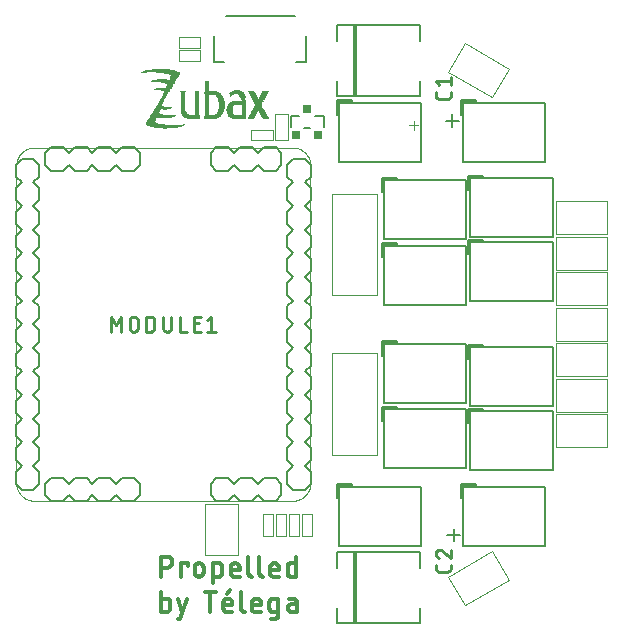
<source format=gbr>
G04 EAGLE Gerber RS-274X export*
G75*
%MOMM*%
%FSLAX34Y34*%
%LPD*%
%AMOC8*
5,1,8,0,0,1.08239X$1,22.5*%
G01*
%ADD10C,0.152400*%
%ADD11C,0.304800*%
%ADD12C,0.150000*%
%ADD13C,0.100000*%
%ADD14R,0.800000X0.800000*%
%ADD15C,0.010000*%
%ADD16C,0.228600*%
%ADD17C,0.101600*%
%ADD18C,0.127000*%
%ADD19R,0.300000X6.000000*%
%ADD20R,0.275000X0.025000*%
%ADD21R,1.075000X0.025000*%
%ADD22R,1.500000X0.025000*%
%ADD23R,1.825000X0.025000*%
%ADD24R,2.050000X0.025000*%
%ADD25R,2.300000X0.025000*%
%ADD26R,2.475000X0.025000*%
%ADD27R,2.650000X0.025000*%
%ADD28R,2.800000X0.025000*%
%ADD29R,2.925000X0.025000*%
%ADD30R,1.850000X0.025000*%
%ADD31R,0.425000X0.025000*%
%ADD32R,1.575000X0.025000*%
%ADD33R,0.125000X0.025000*%
%ADD34R,1.425000X0.025000*%
%ADD35R,1.325000X0.025000*%
%ADD36R,1.200000X0.025000*%
%ADD37R,0.975000X0.025000*%
%ADD38R,0.875000X0.025000*%
%ADD39R,0.800000X0.025000*%
%ADD40R,0.725000X0.025000*%
%ADD41R,0.650000X0.025000*%
%ADD42R,0.625000X0.025000*%
%ADD43R,0.600000X0.025000*%
%ADD44R,0.575000X0.025000*%
%ADD45R,0.550000X0.025000*%
%ADD46R,1.000000X0.025000*%
%ADD47R,0.475000X0.025000*%
%ADD48R,0.450000X0.025000*%
%ADD49R,1.100000X0.025000*%
%ADD50R,1.050000X0.025000*%
%ADD51R,1.175000X0.025000*%
%ADD52R,1.125000X0.025000*%
%ADD53R,1.250000X0.025000*%
%ADD54R,1.225000X0.025000*%
%ADD55R,1.300000X0.025000*%
%ADD56R,1.275000X0.025000*%
%ADD57R,1.375000X0.025000*%
%ADD58R,1.925000X0.025000*%
%ADD59R,1.400000X0.025000*%
%ADD60R,1.975000X0.025000*%
%ADD61R,1.350000X0.025000*%
%ADD62R,1.450000X0.025000*%
%ADD63R,2.125000X0.025000*%
%ADD64R,1.475000X0.025000*%
%ADD65R,0.400000X0.025000*%
%ADD66R,0.525000X0.025000*%
%ADD67R,0.500000X0.025000*%
%ADD68R,0.700000X0.025000*%
%ADD69R,0.925000X0.025000*%
%ADD70R,0.900000X0.025000*%
%ADD71R,0.300000X0.025000*%
%ADD72R,0.825000X0.025000*%
%ADD73R,0.775000X0.025000*%
%ADD74R,0.750000X0.025000*%
%ADD75R,0.675000X0.025000*%
%ADD76R,0.375000X0.025000*%
%ADD77R,0.350000X0.025000*%
%ADD78R,0.325000X0.025000*%
%ADD79R,0.950000X0.025000*%
%ADD80R,0.250000X0.025000*%
%ADD81R,0.025000X0.025000*%
%ADD82R,0.075000X0.025000*%
%ADD83R,0.150000X0.025000*%
%ADD84R,0.200000X0.025000*%
%ADD85R,1.150000X0.025000*%
%ADD86R,1.025000X0.025000*%
%ADD87R,0.850000X0.025000*%
%ADD88R,2.100000X0.025000*%
%ADD89R,2.000000X0.025000*%
%ADD90R,1.900000X0.025000*%
%ADD91R,1.600000X0.025000*%
%ADD92R,2.950000X0.025000*%
%ADD93R,2.275000X0.025000*%
%ADD94R,2.075000X0.025000*%
%ADD95C,0.200000*%


D10*
X123262Y-178416D02*
X134099Y-178416D01*
X128681Y-183835D02*
X128681Y-172998D01*
X133099Y172334D02*
X122262Y172334D01*
X127681Y177752D02*
X127681Y166915D01*
D11*
X-118710Y-196774D02*
X-118710Y-213726D01*
X-118710Y-196774D02*
X-114002Y-196774D01*
X-113866Y-196776D01*
X-113731Y-196782D01*
X-113595Y-196792D01*
X-113460Y-196805D01*
X-113326Y-196823D01*
X-113192Y-196844D01*
X-113058Y-196870D01*
X-112926Y-196899D01*
X-112794Y-196932D01*
X-112663Y-196968D01*
X-112534Y-197009D01*
X-112406Y-197053D01*
X-112279Y-197101D01*
X-112153Y-197152D01*
X-112029Y-197207D01*
X-111907Y-197266D01*
X-111786Y-197328D01*
X-111667Y-197394D01*
X-111550Y-197463D01*
X-111435Y-197535D01*
X-111323Y-197611D01*
X-111212Y-197689D01*
X-111104Y-197771D01*
X-110998Y-197856D01*
X-110895Y-197944D01*
X-110794Y-198035D01*
X-110696Y-198129D01*
X-110601Y-198226D01*
X-110509Y-198325D01*
X-110419Y-198427D01*
X-110332Y-198532D01*
X-110249Y-198639D01*
X-110169Y-198748D01*
X-110091Y-198860D01*
X-110017Y-198974D01*
X-109947Y-199089D01*
X-109879Y-199207D01*
X-109816Y-199327D01*
X-109755Y-199449D01*
X-109698Y-199572D01*
X-109645Y-199697D01*
X-109595Y-199823D01*
X-109549Y-199951D01*
X-109507Y-200080D01*
X-109468Y-200210D01*
X-109434Y-200341D01*
X-109403Y-200473D01*
X-109375Y-200606D01*
X-109352Y-200740D01*
X-109333Y-200874D01*
X-109317Y-201009D01*
X-109305Y-201144D01*
X-109297Y-201279D01*
X-109293Y-201415D01*
X-109293Y-201551D01*
X-109297Y-201687D01*
X-109305Y-201822D01*
X-109317Y-201957D01*
X-109333Y-202092D01*
X-109352Y-202226D01*
X-109375Y-202360D01*
X-109403Y-202493D01*
X-109434Y-202625D01*
X-109468Y-202756D01*
X-109507Y-202886D01*
X-109549Y-203015D01*
X-109595Y-203143D01*
X-109645Y-203269D01*
X-109698Y-203394D01*
X-109755Y-203517D01*
X-109816Y-203639D01*
X-109879Y-203759D01*
X-109947Y-203877D01*
X-110017Y-203992D01*
X-110091Y-204106D01*
X-110169Y-204218D01*
X-110249Y-204327D01*
X-110332Y-204434D01*
X-110419Y-204539D01*
X-110509Y-204641D01*
X-110601Y-204740D01*
X-110696Y-204837D01*
X-110794Y-204931D01*
X-110895Y-205022D01*
X-110998Y-205110D01*
X-111104Y-205195D01*
X-111212Y-205277D01*
X-111323Y-205355D01*
X-111435Y-205431D01*
X-111550Y-205503D01*
X-111667Y-205572D01*
X-111786Y-205638D01*
X-111907Y-205700D01*
X-112029Y-205759D01*
X-112153Y-205814D01*
X-112279Y-205865D01*
X-112406Y-205913D01*
X-112534Y-205957D01*
X-112663Y-205998D01*
X-112794Y-206034D01*
X-112926Y-206067D01*
X-113058Y-206096D01*
X-113192Y-206122D01*
X-113326Y-206143D01*
X-113460Y-206161D01*
X-113595Y-206174D01*
X-113731Y-206184D01*
X-113866Y-206190D01*
X-114002Y-206192D01*
X-118710Y-206192D01*
X-101857Y-202425D02*
X-101857Y-213726D01*
X-101857Y-202425D02*
X-96206Y-202425D01*
X-96206Y-204308D01*
X-90488Y-206192D02*
X-90488Y-209959D01*
X-90488Y-206192D02*
X-90486Y-206070D01*
X-90480Y-205948D01*
X-90470Y-205827D01*
X-90456Y-205705D01*
X-90439Y-205585D01*
X-90417Y-205465D01*
X-90392Y-205345D01*
X-90362Y-205227D01*
X-90329Y-205109D01*
X-90292Y-204993D01*
X-90251Y-204878D01*
X-90207Y-204765D01*
X-90159Y-204652D01*
X-90107Y-204542D01*
X-90052Y-204433D01*
X-89993Y-204326D01*
X-89931Y-204221D01*
X-89866Y-204118D01*
X-89797Y-204017D01*
X-89725Y-203919D01*
X-89650Y-203823D01*
X-89572Y-203729D01*
X-89490Y-203638D01*
X-89406Y-203550D01*
X-89319Y-203464D01*
X-89230Y-203382D01*
X-89137Y-203302D01*
X-89042Y-203225D01*
X-88945Y-203152D01*
X-88845Y-203081D01*
X-88744Y-203014D01*
X-88640Y-202950D01*
X-88534Y-202890D01*
X-88426Y-202833D01*
X-88316Y-202779D01*
X-88205Y-202730D01*
X-88092Y-202683D01*
X-87977Y-202641D01*
X-87862Y-202602D01*
X-87745Y-202567D01*
X-87627Y-202536D01*
X-87508Y-202508D01*
X-87388Y-202485D01*
X-87268Y-202465D01*
X-87147Y-202449D01*
X-87026Y-202437D01*
X-86904Y-202429D01*
X-86782Y-202425D01*
X-86660Y-202425D01*
X-86538Y-202429D01*
X-86416Y-202437D01*
X-86295Y-202449D01*
X-86174Y-202465D01*
X-86054Y-202485D01*
X-85934Y-202508D01*
X-85815Y-202536D01*
X-85697Y-202567D01*
X-85580Y-202602D01*
X-85465Y-202641D01*
X-85350Y-202683D01*
X-85237Y-202730D01*
X-85126Y-202779D01*
X-85016Y-202833D01*
X-84908Y-202890D01*
X-84802Y-202950D01*
X-84698Y-203014D01*
X-84597Y-203081D01*
X-84497Y-203152D01*
X-84400Y-203225D01*
X-84305Y-203302D01*
X-84212Y-203382D01*
X-84123Y-203464D01*
X-84036Y-203550D01*
X-83952Y-203638D01*
X-83870Y-203729D01*
X-83792Y-203823D01*
X-83717Y-203919D01*
X-83645Y-204017D01*
X-83576Y-204118D01*
X-83511Y-204221D01*
X-83449Y-204326D01*
X-83390Y-204433D01*
X-83335Y-204542D01*
X-83283Y-204652D01*
X-83235Y-204765D01*
X-83191Y-204878D01*
X-83150Y-204993D01*
X-83113Y-205109D01*
X-83080Y-205227D01*
X-83050Y-205345D01*
X-83025Y-205465D01*
X-83003Y-205585D01*
X-82986Y-205705D01*
X-82972Y-205827D01*
X-82962Y-205948D01*
X-82956Y-206070D01*
X-82954Y-206192D01*
X-82954Y-209959D01*
X-82956Y-210081D01*
X-82962Y-210203D01*
X-82972Y-210324D01*
X-82986Y-210446D01*
X-83003Y-210566D01*
X-83025Y-210686D01*
X-83050Y-210806D01*
X-83080Y-210924D01*
X-83113Y-211042D01*
X-83150Y-211158D01*
X-83191Y-211273D01*
X-83235Y-211386D01*
X-83283Y-211499D01*
X-83335Y-211609D01*
X-83390Y-211718D01*
X-83449Y-211825D01*
X-83511Y-211930D01*
X-83576Y-212033D01*
X-83645Y-212134D01*
X-83717Y-212232D01*
X-83792Y-212328D01*
X-83870Y-212422D01*
X-83952Y-212513D01*
X-84036Y-212601D01*
X-84123Y-212687D01*
X-84212Y-212769D01*
X-84305Y-212849D01*
X-84400Y-212926D01*
X-84497Y-212999D01*
X-84597Y-213070D01*
X-84698Y-213137D01*
X-84802Y-213201D01*
X-84908Y-213261D01*
X-85016Y-213318D01*
X-85126Y-213372D01*
X-85237Y-213421D01*
X-85350Y-213468D01*
X-85465Y-213510D01*
X-85580Y-213549D01*
X-85697Y-213584D01*
X-85815Y-213615D01*
X-85934Y-213643D01*
X-86054Y-213666D01*
X-86174Y-213686D01*
X-86295Y-213702D01*
X-86416Y-213714D01*
X-86538Y-213722D01*
X-86660Y-213726D01*
X-86782Y-213726D01*
X-86904Y-213722D01*
X-87026Y-213714D01*
X-87147Y-213702D01*
X-87268Y-213686D01*
X-87388Y-213666D01*
X-87508Y-213643D01*
X-87627Y-213615D01*
X-87745Y-213584D01*
X-87862Y-213549D01*
X-87977Y-213510D01*
X-88092Y-213468D01*
X-88205Y-213421D01*
X-88316Y-213372D01*
X-88426Y-213318D01*
X-88534Y-213261D01*
X-88640Y-213201D01*
X-88744Y-213137D01*
X-88845Y-213070D01*
X-88945Y-212999D01*
X-89042Y-212926D01*
X-89137Y-212849D01*
X-89230Y-212769D01*
X-89319Y-212687D01*
X-89406Y-212601D01*
X-89490Y-212513D01*
X-89572Y-212422D01*
X-89650Y-212328D01*
X-89725Y-212232D01*
X-89797Y-212134D01*
X-89866Y-212033D01*
X-89931Y-211930D01*
X-89993Y-211825D01*
X-90052Y-211718D01*
X-90107Y-211609D01*
X-90159Y-211499D01*
X-90207Y-211386D01*
X-90251Y-211273D01*
X-90292Y-211158D01*
X-90329Y-211042D01*
X-90362Y-210924D01*
X-90392Y-210806D01*
X-90417Y-210686D01*
X-90439Y-210566D01*
X-90456Y-210446D01*
X-90470Y-210324D01*
X-90480Y-210203D01*
X-90486Y-210081D01*
X-90488Y-209959D01*
X-74852Y-202425D02*
X-74852Y-219377D01*
X-74852Y-202425D02*
X-70143Y-202425D01*
X-70037Y-202427D01*
X-69932Y-202433D01*
X-69827Y-202443D01*
X-69722Y-202457D01*
X-69618Y-202474D01*
X-69514Y-202496D01*
X-69412Y-202521D01*
X-69310Y-202551D01*
X-69210Y-202584D01*
X-69111Y-202620D01*
X-69013Y-202661D01*
X-68917Y-202705D01*
X-68823Y-202752D01*
X-68731Y-202803D01*
X-68640Y-202858D01*
X-68552Y-202916D01*
X-68465Y-202977D01*
X-68382Y-203041D01*
X-68300Y-203109D01*
X-68222Y-203179D01*
X-68145Y-203252D01*
X-68072Y-203328D01*
X-68002Y-203407D01*
X-67934Y-203489D01*
X-67870Y-203572D01*
X-67809Y-203659D01*
X-67751Y-203747D01*
X-67696Y-203837D01*
X-67645Y-203930D01*
X-67598Y-204024D01*
X-67554Y-204120D01*
X-67513Y-204218D01*
X-67477Y-204317D01*
X-67444Y-204417D01*
X-67414Y-204519D01*
X-67389Y-204621D01*
X-67367Y-204725D01*
X-67350Y-204829D01*
X-67336Y-204934D01*
X-67326Y-205039D01*
X-67320Y-205144D01*
X-67318Y-205250D01*
X-67318Y-210901D01*
X-67320Y-211007D01*
X-67326Y-211112D01*
X-67336Y-211217D01*
X-67350Y-211322D01*
X-67367Y-211426D01*
X-67389Y-211530D01*
X-67414Y-211632D01*
X-67444Y-211734D01*
X-67477Y-211834D01*
X-67513Y-211933D01*
X-67554Y-212031D01*
X-67598Y-212127D01*
X-67645Y-212221D01*
X-67696Y-212314D01*
X-67751Y-212404D01*
X-67809Y-212492D01*
X-67870Y-212579D01*
X-67934Y-212662D01*
X-68002Y-212744D01*
X-68072Y-212822D01*
X-68145Y-212899D01*
X-68222Y-212972D01*
X-68300Y-213042D01*
X-68382Y-213110D01*
X-68465Y-213174D01*
X-68552Y-213235D01*
X-68640Y-213293D01*
X-68731Y-213348D01*
X-68823Y-213399D01*
X-68917Y-213446D01*
X-69013Y-213490D01*
X-69111Y-213531D01*
X-69210Y-213567D01*
X-69310Y-213601D01*
X-69412Y-213630D01*
X-69514Y-213655D01*
X-69618Y-213677D01*
X-69722Y-213694D01*
X-69827Y-213708D01*
X-69932Y-213718D01*
X-70037Y-213724D01*
X-70143Y-213726D01*
X-74852Y-213726D01*
X-57188Y-213726D02*
X-52479Y-213726D01*
X-57188Y-213726D02*
X-57294Y-213724D01*
X-57399Y-213718D01*
X-57504Y-213708D01*
X-57609Y-213694D01*
X-57713Y-213677D01*
X-57817Y-213655D01*
X-57919Y-213630D01*
X-58021Y-213600D01*
X-58121Y-213567D01*
X-58220Y-213531D01*
X-58318Y-213490D01*
X-58414Y-213446D01*
X-58508Y-213399D01*
X-58601Y-213348D01*
X-58691Y-213293D01*
X-58779Y-213235D01*
X-58866Y-213174D01*
X-58949Y-213110D01*
X-59031Y-213042D01*
X-59109Y-212972D01*
X-59186Y-212899D01*
X-59259Y-212822D01*
X-59329Y-212744D01*
X-59397Y-212662D01*
X-59461Y-212579D01*
X-59522Y-212492D01*
X-59580Y-212404D01*
X-59635Y-212314D01*
X-59686Y-212221D01*
X-59733Y-212127D01*
X-59777Y-212031D01*
X-59818Y-211933D01*
X-59854Y-211834D01*
X-59887Y-211734D01*
X-59917Y-211632D01*
X-59942Y-211530D01*
X-59964Y-211426D01*
X-59981Y-211322D01*
X-59995Y-211217D01*
X-60005Y-211112D01*
X-60011Y-211007D01*
X-60013Y-210901D01*
X-60013Y-206192D01*
X-60011Y-206070D01*
X-60005Y-205948D01*
X-59995Y-205827D01*
X-59981Y-205705D01*
X-59964Y-205585D01*
X-59942Y-205465D01*
X-59917Y-205345D01*
X-59887Y-205227D01*
X-59854Y-205109D01*
X-59817Y-204993D01*
X-59776Y-204878D01*
X-59732Y-204765D01*
X-59684Y-204652D01*
X-59632Y-204542D01*
X-59577Y-204433D01*
X-59518Y-204326D01*
X-59456Y-204221D01*
X-59391Y-204118D01*
X-59322Y-204017D01*
X-59250Y-203919D01*
X-59175Y-203823D01*
X-59097Y-203729D01*
X-59015Y-203638D01*
X-58931Y-203550D01*
X-58844Y-203464D01*
X-58755Y-203382D01*
X-58662Y-203302D01*
X-58567Y-203225D01*
X-58470Y-203152D01*
X-58370Y-203081D01*
X-58269Y-203014D01*
X-58165Y-202950D01*
X-58059Y-202890D01*
X-57951Y-202833D01*
X-57841Y-202779D01*
X-57730Y-202730D01*
X-57617Y-202683D01*
X-57502Y-202641D01*
X-57387Y-202602D01*
X-57270Y-202567D01*
X-57152Y-202536D01*
X-57033Y-202508D01*
X-56913Y-202485D01*
X-56793Y-202465D01*
X-56672Y-202449D01*
X-56551Y-202437D01*
X-56429Y-202429D01*
X-56307Y-202425D01*
X-56185Y-202425D01*
X-56063Y-202429D01*
X-55941Y-202437D01*
X-55820Y-202449D01*
X-55699Y-202465D01*
X-55579Y-202485D01*
X-55459Y-202508D01*
X-55340Y-202536D01*
X-55222Y-202567D01*
X-55105Y-202602D01*
X-54990Y-202641D01*
X-54875Y-202683D01*
X-54762Y-202730D01*
X-54651Y-202779D01*
X-54541Y-202833D01*
X-54433Y-202890D01*
X-54327Y-202950D01*
X-54223Y-203014D01*
X-54122Y-203081D01*
X-54022Y-203152D01*
X-53925Y-203225D01*
X-53830Y-203302D01*
X-53737Y-203382D01*
X-53648Y-203464D01*
X-53561Y-203550D01*
X-53477Y-203638D01*
X-53395Y-203729D01*
X-53317Y-203823D01*
X-53242Y-203919D01*
X-53170Y-204017D01*
X-53101Y-204118D01*
X-53036Y-204221D01*
X-52974Y-204326D01*
X-52915Y-204433D01*
X-52860Y-204542D01*
X-52808Y-204652D01*
X-52760Y-204765D01*
X-52716Y-204878D01*
X-52675Y-204993D01*
X-52638Y-205109D01*
X-52605Y-205227D01*
X-52575Y-205345D01*
X-52550Y-205465D01*
X-52528Y-205585D01*
X-52511Y-205705D01*
X-52497Y-205827D01*
X-52487Y-205948D01*
X-52481Y-206070D01*
X-52479Y-206192D01*
X-52479Y-208075D01*
X-60013Y-208075D01*
X-44913Y-210901D02*
X-44913Y-196774D01*
X-44912Y-210901D02*
X-44910Y-211007D01*
X-44904Y-211112D01*
X-44894Y-211217D01*
X-44880Y-211322D01*
X-44863Y-211426D01*
X-44841Y-211530D01*
X-44816Y-211632D01*
X-44786Y-211734D01*
X-44753Y-211834D01*
X-44717Y-211933D01*
X-44676Y-212031D01*
X-44632Y-212127D01*
X-44585Y-212221D01*
X-44534Y-212314D01*
X-44479Y-212404D01*
X-44421Y-212492D01*
X-44360Y-212579D01*
X-44296Y-212662D01*
X-44228Y-212744D01*
X-44158Y-212822D01*
X-44085Y-212899D01*
X-44008Y-212972D01*
X-43930Y-213042D01*
X-43848Y-213110D01*
X-43765Y-213174D01*
X-43678Y-213235D01*
X-43590Y-213293D01*
X-43500Y-213348D01*
X-43407Y-213399D01*
X-43313Y-213446D01*
X-43217Y-213490D01*
X-43119Y-213531D01*
X-43020Y-213567D01*
X-42920Y-213600D01*
X-42818Y-213630D01*
X-42716Y-213655D01*
X-42612Y-213677D01*
X-42508Y-213694D01*
X-42403Y-213708D01*
X-42298Y-213718D01*
X-42193Y-213724D01*
X-42087Y-213726D01*
X-35713Y-210901D02*
X-35713Y-196774D01*
X-35713Y-210901D02*
X-35711Y-211007D01*
X-35705Y-211112D01*
X-35695Y-211217D01*
X-35681Y-211322D01*
X-35664Y-211426D01*
X-35642Y-211530D01*
X-35617Y-211632D01*
X-35587Y-211734D01*
X-35554Y-211834D01*
X-35518Y-211933D01*
X-35477Y-212031D01*
X-35433Y-212127D01*
X-35386Y-212221D01*
X-35335Y-212314D01*
X-35280Y-212404D01*
X-35222Y-212492D01*
X-35161Y-212579D01*
X-35097Y-212662D01*
X-35029Y-212744D01*
X-34959Y-212822D01*
X-34886Y-212899D01*
X-34809Y-212972D01*
X-34731Y-213042D01*
X-34649Y-213110D01*
X-34566Y-213174D01*
X-34479Y-213235D01*
X-34391Y-213293D01*
X-34301Y-213348D01*
X-34208Y-213399D01*
X-34114Y-213446D01*
X-34018Y-213490D01*
X-33920Y-213531D01*
X-33821Y-213567D01*
X-33721Y-213600D01*
X-33619Y-213630D01*
X-33517Y-213655D01*
X-33413Y-213677D01*
X-33309Y-213694D01*
X-33204Y-213708D01*
X-33099Y-213718D01*
X-32994Y-213724D01*
X-32888Y-213726D01*
X-23838Y-213726D02*
X-19129Y-213726D01*
X-23838Y-213726D02*
X-23944Y-213724D01*
X-24049Y-213718D01*
X-24154Y-213708D01*
X-24259Y-213694D01*
X-24363Y-213677D01*
X-24467Y-213655D01*
X-24569Y-213630D01*
X-24671Y-213600D01*
X-24771Y-213567D01*
X-24870Y-213531D01*
X-24968Y-213490D01*
X-25064Y-213446D01*
X-25158Y-213399D01*
X-25250Y-213348D01*
X-25341Y-213293D01*
X-25429Y-213235D01*
X-25516Y-213174D01*
X-25599Y-213110D01*
X-25681Y-213042D01*
X-25759Y-212972D01*
X-25836Y-212899D01*
X-25909Y-212822D01*
X-25979Y-212744D01*
X-26047Y-212662D01*
X-26111Y-212579D01*
X-26172Y-212492D01*
X-26230Y-212404D01*
X-26285Y-212314D01*
X-26336Y-212221D01*
X-26383Y-212127D01*
X-26427Y-212031D01*
X-26468Y-211933D01*
X-26504Y-211834D01*
X-26537Y-211734D01*
X-26567Y-211632D01*
X-26592Y-211530D01*
X-26614Y-211426D01*
X-26631Y-211322D01*
X-26645Y-211217D01*
X-26655Y-211112D01*
X-26661Y-211007D01*
X-26663Y-210901D01*
X-26663Y-206192D01*
X-26661Y-206070D01*
X-26655Y-205948D01*
X-26645Y-205827D01*
X-26631Y-205705D01*
X-26614Y-205585D01*
X-26592Y-205465D01*
X-26567Y-205345D01*
X-26537Y-205227D01*
X-26504Y-205109D01*
X-26467Y-204993D01*
X-26426Y-204878D01*
X-26382Y-204765D01*
X-26334Y-204652D01*
X-26282Y-204542D01*
X-26227Y-204433D01*
X-26168Y-204326D01*
X-26106Y-204221D01*
X-26041Y-204118D01*
X-25972Y-204017D01*
X-25900Y-203919D01*
X-25825Y-203823D01*
X-25747Y-203729D01*
X-25665Y-203638D01*
X-25581Y-203550D01*
X-25494Y-203464D01*
X-25405Y-203382D01*
X-25312Y-203302D01*
X-25217Y-203225D01*
X-25120Y-203152D01*
X-25020Y-203081D01*
X-24919Y-203014D01*
X-24815Y-202950D01*
X-24709Y-202890D01*
X-24601Y-202833D01*
X-24491Y-202779D01*
X-24380Y-202730D01*
X-24267Y-202683D01*
X-24152Y-202641D01*
X-24037Y-202602D01*
X-23920Y-202567D01*
X-23802Y-202536D01*
X-23683Y-202508D01*
X-23563Y-202485D01*
X-23443Y-202465D01*
X-23322Y-202449D01*
X-23201Y-202437D01*
X-23079Y-202429D01*
X-22957Y-202425D01*
X-22835Y-202425D01*
X-22713Y-202429D01*
X-22591Y-202437D01*
X-22470Y-202449D01*
X-22349Y-202465D01*
X-22229Y-202485D01*
X-22109Y-202508D01*
X-21990Y-202536D01*
X-21872Y-202567D01*
X-21755Y-202602D01*
X-21640Y-202641D01*
X-21525Y-202683D01*
X-21412Y-202730D01*
X-21301Y-202779D01*
X-21191Y-202833D01*
X-21083Y-202890D01*
X-20977Y-202950D01*
X-20873Y-203014D01*
X-20772Y-203081D01*
X-20672Y-203152D01*
X-20575Y-203225D01*
X-20480Y-203302D01*
X-20387Y-203382D01*
X-20298Y-203464D01*
X-20211Y-203550D01*
X-20127Y-203638D01*
X-20045Y-203729D01*
X-19967Y-203823D01*
X-19892Y-203919D01*
X-19820Y-204017D01*
X-19751Y-204118D01*
X-19686Y-204221D01*
X-19624Y-204326D01*
X-19565Y-204433D01*
X-19510Y-204542D01*
X-19458Y-204652D01*
X-19410Y-204765D01*
X-19366Y-204878D01*
X-19325Y-204993D01*
X-19288Y-205109D01*
X-19255Y-205227D01*
X-19225Y-205345D01*
X-19200Y-205465D01*
X-19178Y-205585D01*
X-19161Y-205705D01*
X-19147Y-205827D01*
X-19137Y-205948D01*
X-19131Y-206070D01*
X-19129Y-206192D01*
X-19129Y-208075D01*
X-26663Y-208075D01*
X-4290Y-213726D02*
X-4290Y-196774D01*
X-4290Y-213726D02*
X-8999Y-213726D01*
X-9105Y-213724D01*
X-9210Y-213718D01*
X-9315Y-213708D01*
X-9420Y-213694D01*
X-9524Y-213677D01*
X-9628Y-213655D01*
X-9730Y-213630D01*
X-9832Y-213600D01*
X-9932Y-213567D01*
X-10031Y-213531D01*
X-10129Y-213490D01*
X-10225Y-213446D01*
X-10319Y-213399D01*
X-10411Y-213348D01*
X-10502Y-213293D01*
X-10590Y-213235D01*
X-10677Y-213174D01*
X-10760Y-213110D01*
X-10842Y-213042D01*
X-10920Y-212972D01*
X-10997Y-212899D01*
X-11070Y-212822D01*
X-11140Y-212744D01*
X-11208Y-212662D01*
X-11272Y-212579D01*
X-11333Y-212492D01*
X-11391Y-212404D01*
X-11446Y-212314D01*
X-11497Y-212221D01*
X-11544Y-212127D01*
X-11588Y-212031D01*
X-11629Y-211933D01*
X-11665Y-211834D01*
X-11698Y-211734D01*
X-11728Y-211632D01*
X-11753Y-211530D01*
X-11775Y-211426D01*
X-11792Y-211322D01*
X-11806Y-211217D01*
X-11816Y-211112D01*
X-11822Y-211007D01*
X-11824Y-210901D01*
X-11824Y-205250D01*
X-11822Y-205144D01*
X-11816Y-205039D01*
X-11806Y-204934D01*
X-11792Y-204829D01*
X-11775Y-204725D01*
X-11753Y-204621D01*
X-11728Y-204519D01*
X-11698Y-204417D01*
X-11665Y-204317D01*
X-11629Y-204218D01*
X-11588Y-204120D01*
X-11544Y-204024D01*
X-11497Y-203930D01*
X-11446Y-203838D01*
X-11391Y-203747D01*
X-11333Y-203659D01*
X-11272Y-203572D01*
X-11208Y-203489D01*
X-11140Y-203407D01*
X-11070Y-203329D01*
X-10997Y-203252D01*
X-10920Y-203179D01*
X-10842Y-203109D01*
X-10760Y-203041D01*
X-10677Y-202977D01*
X-10590Y-202916D01*
X-10502Y-202858D01*
X-10411Y-202803D01*
X-10319Y-202752D01*
X-10225Y-202705D01*
X-10129Y-202661D01*
X-10031Y-202620D01*
X-9932Y-202584D01*
X-9832Y-202551D01*
X-9730Y-202521D01*
X-9628Y-202496D01*
X-9524Y-202474D01*
X-9420Y-202457D01*
X-9315Y-202443D01*
X-9210Y-202433D01*
X-9105Y-202427D01*
X-8999Y-202425D01*
X-4290Y-202425D01*
X-118919Y-226774D02*
X-118919Y-243726D01*
X-114210Y-243726D01*
X-114104Y-243724D01*
X-113999Y-243718D01*
X-113894Y-243708D01*
X-113789Y-243694D01*
X-113685Y-243677D01*
X-113581Y-243655D01*
X-113479Y-243630D01*
X-113377Y-243600D01*
X-113277Y-243567D01*
X-113178Y-243531D01*
X-113080Y-243490D01*
X-112984Y-243446D01*
X-112890Y-243399D01*
X-112798Y-243348D01*
X-112707Y-243293D01*
X-112619Y-243235D01*
X-112532Y-243174D01*
X-112449Y-243110D01*
X-112367Y-243042D01*
X-112289Y-242972D01*
X-112212Y-242899D01*
X-112139Y-242823D01*
X-112069Y-242744D01*
X-112001Y-242662D01*
X-111937Y-242579D01*
X-111876Y-242492D01*
X-111818Y-242404D01*
X-111763Y-242314D01*
X-111712Y-242221D01*
X-111665Y-242127D01*
X-111621Y-242031D01*
X-111580Y-241933D01*
X-111544Y-241834D01*
X-111511Y-241734D01*
X-111481Y-241632D01*
X-111456Y-241530D01*
X-111434Y-241426D01*
X-111417Y-241322D01*
X-111403Y-241217D01*
X-111393Y-241112D01*
X-111387Y-241007D01*
X-111385Y-240901D01*
X-111385Y-235250D01*
X-111387Y-235144D01*
X-111393Y-235039D01*
X-111403Y-234934D01*
X-111417Y-234829D01*
X-111434Y-234725D01*
X-111456Y-234621D01*
X-111481Y-234519D01*
X-111511Y-234417D01*
X-111544Y-234317D01*
X-111580Y-234218D01*
X-111621Y-234120D01*
X-111665Y-234024D01*
X-111712Y-233930D01*
X-111763Y-233837D01*
X-111818Y-233747D01*
X-111876Y-233659D01*
X-111937Y-233572D01*
X-112001Y-233489D01*
X-112069Y-233407D01*
X-112139Y-233329D01*
X-112212Y-233252D01*
X-112289Y-233179D01*
X-112367Y-233109D01*
X-112449Y-233041D01*
X-112532Y-232977D01*
X-112619Y-232916D01*
X-112707Y-232858D01*
X-112798Y-232803D01*
X-112890Y-232752D01*
X-112984Y-232705D01*
X-113080Y-232661D01*
X-113178Y-232620D01*
X-113277Y-232584D01*
X-113377Y-232550D01*
X-113479Y-232521D01*
X-113581Y-232496D01*
X-113685Y-232474D01*
X-113789Y-232457D01*
X-113894Y-232443D01*
X-113999Y-232433D01*
X-114104Y-232427D01*
X-114210Y-232425D01*
X-118919Y-232425D01*
X-104655Y-249377D02*
X-102771Y-249377D01*
X-97120Y-232425D01*
X-104655Y-232425D02*
X-100887Y-243726D01*
X-77312Y-243726D02*
X-77312Y-226774D01*
X-72604Y-226774D02*
X-82021Y-226774D01*
X-63304Y-243726D02*
X-58595Y-243726D01*
X-63304Y-243726D02*
X-63410Y-243724D01*
X-63515Y-243718D01*
X-63620Y-243708D01*
X-63725Y-243694D01*
X-63829Y-243677D01*
X-63933Y-243655D01*
X-64035Y-243630D01*
X-64137Y-243600D01*
X-64237Y-243567D01*
X-64336Y-243531D01*
X-64434Y-243490D01*
X-64530Y-243446D01*
X-64624Y-243399D01*
X-64717Y-243348D01*
X-64807Y-243293D01*
X-64895Y-243235D01*
X-64982Y-243174D01*
X-65065Y-243110D01*
X-65147Y-243042D01*
X-65225Y-242972D01*
X-65302Y-242899D01*
X-65375Y-242822D01*
X-65445Y-242744D01*
X-65513Y-242662D01*
X-65577Y-242579D01*
X-65638Y-242492D01*
X-65696Y-242404D01*
X-65751Y-242314D01*
X-65802Y-242221D01*
X-65849Y-242127D01*
X-65893Y-242031D01*
X-65934Y-241933D01*
X-65970Y-241834D01*
X-66003Y-241734D01*
X-66033Y-241632D01*
X-66058Y-241530D01*
X-66080Y-241426D01*
X-66097Y-241322D01*
X-66111Y-241217D01*
X-66121Y-241112D01*
X-66127Y-241007D01*
X-66129Y-240901D01*
X-66130Y-240901D02*
X-66130Y-236192D01*
X-66129Y-236192D02*
X-66127Y-236070D01*
X-66121Y-235948D01*
X-66111Y-235827D01*
X-66097Y-235705D01*
X-66080Y-235585D01*
X-66058Y-235465D01*
X-66033Y-235345D01*
X-66003Y-235227D01*
X-65970Y-235109D01*
X-65933Y-234993D01*
X-65892Y-234878D01*
X-65848Y-234765D01*
X-65800Y-234652D01*
X-65748Y-234542D01*
X-65693Y-234433D01*
X-65634Y-234326D01*
X-65572Y-234221D01*
X-65507Y-234118D01*
X-65438Y-234017D01*
X-65366Y-233919D01*
X-65291Y-233823D01*
X-65213Y-233729D01*
X-65131Y-233638D01*
X-65047Y-233550D01*
X-64960Y-233464D01*
X-64871Y-233382D01*
X-64778Y-233302D01*
X-64683Y-233225D01*
X-64586Y-233152D01*
X-64486Y-233081D01*
X-64385Y-233014D01*
X-64281Y-232950D01*
X-64175Y-232890D01*
X-64067Y-232833D01*
X-63957Y-232779D01*
X-63846Y-232730D01*
X-63733Y-232683D01*
X-63618Y-232641D01*
X-63503Y-232602D01*
X-63386Y-232567D01*
X-63268Y-232536D01*
X-63149Y-232508D01*
X-63029Y-232485D01*
X-62909Y-232465D01*
X-62788Y-232449D01*
X-62667Y-232437D01*
X-62545Y-232429D01*
X-62423Y-232425D01*
X-62301Y-232425D01*
X-62179Y-232429D01*
X-62057Y-232437D01*
X-61936Y-232449D01*
X-61815Y-232465D01*
X-61695Y-232485D01*
X-61575Y-232508D01*
X-61456Y-232536D01*
X-61338Y-232567D01*
X-61221Y-232602D01*
X-61106Y-232641D01*
X-60991Y-232683D01*
X-60878Y-232730D01*
X-60767Y-232779D01*
X-60657Y-232833D01*
X-60549Y-232890D01*
X-60443Y-232950D01*
X-60339Y-233014D01*
X-60238Y-233081D01*
X-60138Y-233152D01*
X-60041Y-233225D01*
X-59946Y-233302D01*
X-59853Y-233382D01*
X-59764Y-233464D01*
X-59677Y-233550D01*
X-59593Y-233638D01*
X-59511Y-233729D01*
X-59433Y-233823D01*
X-59358Y-233919D01*
X-59286Y-234017D01*
X-59217Y-234118D01*
X-59152Y-234221D01*
X-59090Y-234326D01*
X-59031Y-234433D01*
X-58976Y-234542D01*
X-58924Y-234652D01*
X-58876Y-234765D01*
X-58832Y-234878D01*
X-58791Y-234993D01*
X-58754Y-235109D01*
X-58721Y-235227D01*
X-58691Y-235345D01*
X-58666Y-235465D01*
X-58644Y-235585D01*
X-58627Y-235705D01*
X-58613Y-235827D01*
X-58603Y-235948D01*
X-58597Y-236070D01*
X-58595Y-236192D01*
X-58595Y-238075D01*
X-66130Y-238075D01*
X-63304Y-228187D02*
X-60479Y-224890D01*
X-51029Y-226774D02*
X-51029Y-240901D01*
X-51027Y-241007D01*
X-51021Y-241112D01*
X-51011Y-241217D01*
X-50997Y-241322D01*
X-50980Y-241426D01*
X-50958Y-241530D01*
X-50933Y-241632D01*
X-50903Y-241734D01*
X-50870Y-241834D01*
X-50834Y-241933D01*
X-50793Y-242031D01*
X-50749Y-242127D01*
X-50702Y-242221D01*
X-50651Y-242314D01*
X-50596Y-242404D01*
X-50538Y-242492D01*
X-50477Y-242579D01*
X-50413Y-242662D01*
X-50345Y-242744D01*
X-50275Y-242822D01*
X-50202Y-242899D01*
X-50125Y-242972D01*
X-50047Y-243042D01*
X-49965Y-243110D01*
X-49882Y-243174D01*
X-49795Y-243235D01*
X-49707Y-243293D01*
X-49617Y-243348D01*
X-49524Y-243399D01*
X-49430Y-243446D01*
X-49334Y-243490D01*
X-49236Y-243531D01*
X-49137Y-243567D01*
X-49037Y-243600D01*
X-48935Y-243630D01*
X-48833Y-243655D01*
X-48729Y-243677D01*
X-48625Y-243694D01*
X-48520Y-243708D01*
X-48415Y-243718D01*
X-48310Y-243724D01*
X-48204Y-243726D01*
X-39154Y-243726D02*
X-34445Y-243726D01*
X-39154Y-243726D02*
X-39260Y-243724D01*
X-39365Y-243718D01*
X-39470Y-243708D01*
X-39575Y-243694D01*
X-39679Y-243677D01*
X-39783Y-243655D01*
X-39885Y-243630D01*
X-39987Y-243600D01*
X-40087Y-243567D01*
X-40186Y-243531D01*
X-40284Y-243490D01*
X-40380Y-243446D01*
X-40474Y-243399D01*
X-40567Y-243348D01*
X-40657Y-243293D01*
X-40745Y-243235D01*
X-40832Y-243174D01*
X-40915Y-243110D01*
X-40997Y-243042D01*
X-41075Y-242972D01*
X-41152Y-242899D01*
X-41225Y-242822D01*
X-41295Y-242744D01*
X-41363Y-242662D01*
X-41427Y-242579D01*
X-41488Y-242492D01*
X-41546Y-242404D01*
X-41601Y-242314D01*
X-41652Y-242221D01*
X-41699Y-242127D01*
X-41743Y-242031D01*
X-41784Y-241933D01*
X-41820Y-241834D01*
X-41853Y-241734D01*
X-41883Y-241632D01*
X-41908Y-241530D01*
X-41930Y-241426D01*
X-41947Y-241322D01*
X-41961Y-241217D01*
X-41971Y-241112D01*
X-41977Y-241007D01*
X-41979Y-240901D01*
X-41980Y-240901D02*
X-41980Y-236192D01*
X-41978Y-236070D01*
X-41972Y-235948D01*
X-41962Y-235827D01*
X-41948Y-235705D01*
X-41931Y-235585D01*
X-41909Y-235465D01*
X-41884Y-235345D01*
X-41854Y-235227D01*
X-41821Y-235109D01*
X-41784Y-234993D01*
X-41743Y-234878D01*
X-41699Y-234765D01*
X-41651Y-234652D01*
X-41599Y-234542D01*
X-41544Y-234433D01*
X-41485Y-234326D01*
X-41423Y-234221D01*
X-41358Y-234118D01*
X-41289Y-234017D01*
X-41217Y-233919D01*
X-41142Y-233823D01*
X-41064Y-233729D01*
X-40982Y-233638D01*
X-40898Y-233550D01*
X-40811Y-233464D01*
X-40722Y-233382D01*
X-40629Y-233302D01*
X-40534Y-233225D01*
X-40437Y-233152D01*
X-40337Y-233081D01*
X-40236Y-233014D01*
X-40132Y-232950D01*
X-40026Y-232890D01*
X-39918Y-232833D01*
X-39808Y-232779D01*
X-39697Y-232730D01*
X-39584Y-232683D01*
X-39469Y-232641D01*
X-39354Y-232602D01*
X-39237Y-232567D01*
X-39119Y-232536D01*
X-39000Y-232508D01*
X-38880Y-232485D01*
X-38760Y-232465D01*
X-38639Y-232449D01*
X-38518Y-232437D01*
X-38396Y-232429D01*
X-38274Y-232425D01*
X-38152Y-232425D01*
X-38030Y-232429D01*
X-37908Y-232437D01*
X-37787Y-232449D01*
X-37666Y-232465D01*
X-37546Y-232485D01*
X-37426Y-232508D01*
X-37307Y-232536D01*
X-37189Y-232567D01*
X-37072Y-232602D01*
X-36957Y-232641D01*
X-36842Y-232683D01*
X-36729Y-232730D01*
X-36618Y-232779D01*
X-36508Y-232833D01*
X-36400Y-232890D01*
X-36294Y-232950D01*
X-36190Y-233014D01*
X-36089Y-233081D01*
X-35989Y-233152D01*
X-35892Y-233225D01*
X-35797Y-233302D01*
X-35704Y-233382D01*
X-35615Y-233464D01*
X-35528Y-233550D01*
X-35444Y-233638D01*
X-35362Y-233729D01*
X-35284Y-233823D01*
X-35209Y-233919D01*
X-35137Y-234017D01*
X-35068Y-234118D01*
X-35003Y-234221D01*
X-34941Y-234326D01*
X-34882Y-234433D01*
X-34827Y-234542D01*
X-34775Y-234652D01*
X-34727Y-234765D01*
X-34683Y-234878D01*
X-34642Y-234993D01*
X-34605Y-235109D01*
X-34572Y-235227D01*
X-34542Y-235345D01*
X-34517Y-235465D01*
X-34495Y-235585D01*
X-34478Y-235705D01*
X-34464Y-235827D01*
X-34454Y-235948D01*
X-34448Y-236070D01*
X-34446Y-236192D01*
X-34445Y-236192D02*
X-34445Y-238075D01*
X-41980Y-238075D01*
X-24315Y-243726D02*
X-19606Y-243726D01*
X-24315Y-243726D02*
X-24421Y-243724D01*
X-24526Y-243718D01*
X-24631Y-243708D01*
X-24736Y-243694D01*
X-24840Y-243677D01*
X-24944Y-243655D01*
X-25046Y-243630D01*
X-25148Y-243600D01*
X-25248Y-243567D01*
X-25347Y-243531D01*
X-25445Y-243490D01*
X-25541Y-243446D01*
X-25635Y-243399D01*
X-25727Y-243348D01*
X-25818Y-243293D01*
X-25906Y-243235D01*
X-25993Y-243174D01*
X-26076Y-243110D01*
X-26158Y-243042D01*
X-26236Y-242972D01*
X-26313Y-242899D01*
X-26386Y-242822D01*
X-26456Y-242744D01*
X-26524Y-242662D01*
X-26588Y-242579D01*
X-26649Y-242492D01*
X-26707Y-242404D01*
X-26762Y-242314D01*
X-26813Y-242221D01*
X-26860Y-242127D01*
X-26904Y-242031D01*
X-26945Y-241933D01*
X-26981Y-241834D01*
X-27014Y-241734D01*
X-27044Y-241632D01*
X-27069Y-241530D01*
X-27091Y-241426D01*
X-27108Y-241322D01*
X-27122Y-241217D01*
X-27132Y-241112D01*
X-27138Y-241007D01*
X-27140Y-240901D01*
X-27140Y-235250D01*
X-27138Y-235144D01*
X-27132Y-235039D01*
X-27122Y-234934D01*
X-27108Y-234829D01*
X-27091Y-234725D01*
X-27069Y-234621D01*
X-27044Y-234519D01*
X-27014Y-234417D01*
X-26981Y-234317D01*
X-26945Y-234218D01*
X-26904Y-234120D01*
X-26860Y-234024D01*
X-26813Y-233930D01*
X-26762Y-233838D01*
X-26707Y-233747D01*
X-26649Y-233659D01*
X-26588Y-233572D01*
X-26524Y-233489D01*
X-26456Y-233407D01*
X-26386Y-233329D01*
X-26313Y-233252D01*
X-26236Y-233179D01*
X-26158Y-233109D01*
X-26076Y-233041D01*
X-25993Y-232977D01*
X-25906Y-232916D01*
X-25818Y-232858D01*
X-25728Y-232803D01*
X-25635Y-232752D01*
X-25541Y-232705D01*
X-25445Y-232661D01*
X-25347Y-232620D01*
X-25248Y-232584D01*
X-25148Y-232551D01*
X-25046Y-232521D01*
X-24944Y-232496D01*
X-24840Y-232474D01*
X-24736Y-232457D01*
X-24631Y-232443D01*
X-24526Y-232433D01*
X-24421Y-232427D01*
X-24315Y-232425D01*
X-19606Y-232425D01*
X-19606Y-246551D01*
X-19607Y-246551D02*
X-19609Y-246657D01*
X-19615Y-246762D01*
X-19625Y-246867D01*
X-19639Y-246972D01*
X-19656Y-247076D01*
X-19678Y-247180D01*
X-19703Y-247282D01*
X-19733Y-247384D01*
X-19766Y-247484D01*
X-19802Y-247583D01*
X-19843Y-247681D01*
X-19887Y-247777D01*
X-19934Y-247871D01*
X-19985Y-247964D01*
X-20040Y-248054D01*
X-20098Y-248142D01*
X-20159Y-248229D01*
X-20223Y-248312D01*
X-20291Y-248394D01*
X-20361Y-248472D01*
X-20434Y-248549D01*
X-20511Y-248622D01*
X-20589Y-248692D01*
X-20671Y-248760D01*
X-20754Y-248824D01*
X-20841Y-248885D01*
X-20929Y-248943D01*
X-21020Y-248998D01*
X-21112Y-249049D01*
X-21206Y-249096D01*
X-21302Y-249140D01*
X-21400Y-249181D01*
X-21499Y-249217D01*
X-21599Y-249251D01*
X-21701Y-249280D01*
X-21803Y-249305D01*
X-21907Y-249327D01*
X-22011Y-249344D01*
X-22116Y-249358D01*
X-22221Y-249368D01*
X-22326Y-249374D01*
X-22432Y-249376D01*
X-22432Y-249377D02*
X-26199Y-249377D01*
X-8319Y-237134D02*
X-4081Y-237134D01*
X-8319Y-237134D02*
X-8433Y-237136D01*
X-8546Y-237142D01*
X-8660Y-237152D01*
X-8773Y-237165D01*
X-8885Y-237183D01*
X-8997Y-237204D01*
X-9108Y-237230D01*
X-9218Y-237259D01*
X-9327Y-237292D01*
X-9434Y-237328D01*
X-9541Y-237369D01*
X-9646Y-237413D01*
X-9749Y-237460D01*
X-9851Y-237512D01*
X-9951Y-237566D01*
X-10048Y-237624D01*
X-10144Y-237686D01*
X-10238Y-237750D01*
X-10329Y-237818D01*
X-10418Y-237889D01*
X-10505Y-237963D01*
X-10589Y-238040D01*
X-10670Y-238120D01*
X-10748Y-238202D01*
X-10823Y-238287D01*
X-10896Y-238375D01*
X-10965Y-238465D01*
X-11032Y-238558D01*
X-11095Y-238652D01*
X-11154Y-238749D01*
X-11211Y-238848D01*
X-11263Y-238949D01*
X-11313Y-239051D01*
X-11359Y-239156D01*
X-11401Y-239261D01*
X-11439Y-239368D01*
X-11474Y-239477D01*
X-11505Y-239586D01*
X-11532Y-239697D01*
X-11556Y-239808D01*
X-11575Y-239920D01*
X-11591Y-240033D01*
X-11603Y-240146D01*
X-11611Y-240259D01*
X-11615Y-240373D01*
X-11615Y-240487D01*
X-11611Y-240601D01*
X-11603Y-240714D01*
X-11591Y-240827D01*
X-11575Y-240940D01*
X-11556Y-241052D01*
X-11532Y-241163D01*
X-11505Y-241274D01*
X-11474Y-241383D01*
X-11439Y-241492D01*
X-11401Y-241599D01*
X-11359Y-241704D01*
X-11313Y-241809D01*
X-11263Y-241911D01*
X-11211Y-242012D01*
X-11154Y-242111D01*
X-11095Y-242208D01*
X-11032Y-242302D01*
X-10965Y-242395D01*
X-10896Y-242485D01*
X-10823Y-242573D01*
X-10748Y-242658D01*
X-10670Y-242740D01*
X-10589Y-242820D01*
X-10505Y-242897D01*
X-10418Y-242971D01*
X-10329Y-243042D01*
X-10238Y-243110D01*
X-10144Y-243174D01*
X-10048Y-243236D01*
X-9951Y-243294D01*
X-9851Y-243348D01*
X-9749Y-243400D01*
X-9646Y-243447D01*
X-9541Y-243491D01*
X-9434Y-243532D01*
X-9327Y-243568D01*
X-9218Y-243601D01*
X-9108Y-243630D01*
X-8997Y-243656D01*
X-8885Y-243677D01*
X-8773Y-243695D01*
X-8660Y-243708D01*
X-8546Y-243718D01*
X-8433Y-243724D01*
X-8319Y-243726D01*
X-4081Y-243726D01*
X-4081Y-235250D01*
X-4082Y-235250D02*
X-4084Y-235144D01*
X-4090Y-235039D01*
X-4100Y-234934D01*
X-4114Y-234829D01*
X-4131Y-234725D01*
X-4153Y-234621D01*
X-4178Y-234519D01*
X-4208Y-234417D01*
X-4241Y-234317D01*
X-4277Y-234218D01*
X-4318Y-234120D01*
X-4362Y-234024D01*
X-4409Y-233930D01*
X-4460Y-233837D01*
X-4515Y-233747D01*
X-4573Y-233659D01*
X-4634Y-233572D01*
X-4698Y-233489D01*
X-4766Y-233407D01*
X-4836Y-233329D01*
X-4909Y-233252D01*
X-4986Y-233179D01*
X-5064Y-233109D01*
X-5146Y-233041D01*
X-5229Y-232977D01*
X-5316Y-232916D01*
X-5404Y-232858D01*
X-5495Y-232803D01*
X-5587Y-232752D01*
X-5681Y-232705D01*
X-5777Y-232661D01*
X-5875Y-232620D01*
X-5974Y-232584D01*
X-6074Y-232550D01*
X-6176Y-232521D01*
X-6278Y-232496D01*
X-6382Y-232474D01*
X-6486Y-232457D01*
X-6591Y-232443D01*
X-6696Y-232433D01*
X-6801Y-232427D01*
X-6907Y-232425D01*
X-10674Y-232425D01*
D10*
X70000Y122000D02*
X139500Y122000D01*
X139500Y72000D01*
X70000Y72000D01*
X70000Y112000D01*
X70000Y122000D01*
D12*
X70000Y112000D02*
X69000Y112000D01*
X69000Y123000D01*
X81000Y123000D01*
X81000Y124000D01*
X68000Y124000D01*
X68000Y112000D01*
D10*
X137000Y187500D02*
X206500Y187500D01*
X206500Y137500D01*
X137000Y137500D01*
X137000Y177500D01*
X137000Y187500D01*
D12*
X137000Y177500D02*
X136000Y177500D01*
X136000Y188500D01*
X148000Y188500D01*
X148000Y189500D01*
X135000Y189500D01*
X135000Y177500D01*
D13*
X64000Y110500D02*
X64000Y24500D01*
X26000Y24500D01*
X26000Y110500D01*
X64000Y110500D01*
D12*
X-2250Y176000D02*
X-9250Y176000D01*
X11750Y176000D02*
X18750Y176000D01*
X18750Y167000D01*
X7250Y166000D02*
X2250Y166000D01*
X-9250Y167000D02*
X-9250Y176000D01*
D14*
X4750Y182000D03*
X-4750Y160000D03*
X14250Y160000D03*
D13*
X-24500Y155750D02*
X-42500Y155750D01*
X-42500Y164750D01*
X-24500Y164750D01*
X-24500Y155750D01*
D10*
X143000Y123500D02*
X212500Y123500D01*
X212500Y73500D01*
X143000Y73500D01*
X143000Y113500D01*
X143000Y123500D01*
D12*
X143000Y113500D02*
X142000Y113500D01*
X142000Y124500D01*
X154000Y124500D01*
X154000Y125500D01*
X141000Y125500D01*
X141000Y113500D01*
D10*
X101500Y187500D02*
X32000Y187500D01*
X101500Y187500D02*
X101500Y137500D01*
X32000Y137500D01*
X32000Y177500D01*
X32000Y187500D01*
D12*
X32000Y177500D02*
X31000Y177500D01*
X31000Y188500D01*
X43000Y188500D01*
X43000Y189500D01*
X30000Y189500D01*
X30000Y177500D01*
D10*
X32000Y-137500D02*
X101500Y-137500D01*
X101500Y-187500D01*
X32000Y-187500D01*
X32000Y-147500D01*
X32000Y-137500D01*
D12*
X32000Y-147500D02*
X31000Y-147500D01*
X31000Y-136500D01*
X43000Y-136500D01*
X43000Y-135500D01*
X30000Y-135500D01*
X30000Y-147500D01*
D10*
X137000Y-137500D02*
X206500Y-137500D01*
X206500Y-187500D01*
X137000Y-187500D01*
X137000Y-147500D01*
X137000Y-137500D01*
D12*
X137000Y-147500D02*
X136000Y-147500D01*
X136000Y-136500D01*
X148000Y-136500D01*
X148000Y-135500D01*
X135000Y-135500D01*
X135000Y-147500D01*
D13*
X26000Y-110500D02*
X26000Y-24500D01*
X64000Y-24500D01*
X64000Y-110500D01*
X26000Y-110500D01*
X-13000Y-161000D02*
X-13000Y-179000D01*
X-22000Y-179000D01*
X-22000Y-161000D01*
X-13000Y-161000D01*
X9000Y-161000D02*
X9000Y-179000D01*
X0Y-179000D01*
X0Y-161000D01*
X9000Y-161000D01*
D10*
X143000Y-73500D02*
X212500Y-73500D01*
X212500Y-123500D01*
X143000Y-123500D01*
X143000Y-83500D01*
X143000Y-73500D01*
D12*
X143000Y-83500D02*
X142000Y-83500D01*
X142000Y-72500D01*
X154000Y-72500D01*
X154000Y-71500D01*
X141000Y-71500D01*
X141000Y-83500D01*
D13*
X-24000Y-161000D02*
X-24000Y-179000D01*
X-33000Y-179000D01*
X-33000Y-161000D01*
X-24000Y-161000D01*
D10*
X70000Y-72000D02*
X139500Y-72000D01*
X139500Y-122000D01*
X70000Y-122000D01*
X70000Y-82000D01*
X70000Y-72000D01*
D12*
X70000Y-82000D02*
X69000Y-82000D01*
X69000Y-71000D01*
X81000Y-71000D01*
X81000Y-70000D01*
X68000Y-70000D01*
X68000Y-82000D01*
D13*
X-2000Y-161000D02*
X-2000Y-179000D01*
X-11000Y-179000D01*
X-11000Y-161000D01*
X-2000Y-161000D01*
D10*
X70000Y-16500D02*
X139500Y-16500D01*
X139500Y-66500D01*
X70000Y-66500D01*
X70000Y-26500D01*
X70000Y-16500D01*
D12*
X70000Y-26500D02*
X69000Y-26500D01*
X69000Y-15500D01*
X81000Y-15500D01*
X81000Y-14500D01*
X68000Y-14500D01*
X68000Y-26500D01*
D10*
X143000Y-19500D02*
X212500Y-19500D01*
X212500Y-69500D01*
X143000Y-69500D01*
X143000Y-29500D01*
X143000Y-19500D01*
D12*
X143000Y-29500D02*
X142000Y-29500D01*
X142000Y-18500D01*
X154000Y-18500D01*
X154000Y-17500D01*
X141000Y-17500D01*
X141000Y-29500D01*
D10*
X143000Y69500D02*
X212500Y69500D01*
X212500Y19500D01*
X143000Y19500D01*
X143000Y59500D01*
X143000Y69500D01*
D12*
X143000Y59500D02*
X142000Y59500D01*
X142000Y70500D01*
X154000Y70500D01*
X154000Y71500D01*
X141000Y71500D01*
X141000Y59500D01*
D10*
X139500Y66500D02*
X70000Y66500D01*
X139500Y66500D02*
X139500Y16500D01*
X70000Y16500D01*
X70000Y56500D01*
X70000Y66500D01*
D12*
X70000Y56500D02*
X69000Y56500D01*
X69000Y67500D01*
X81000Y67500D01*
X81000Y68500D01*
X68000Y68500D01*
X68000Y56500D01*
D13*
X161620Y-192126D02*
X124380Y-213626D01*
X161620Y-192126D02*
X175620Y-216374D01*
X138380Y-237874D01*
X124380Y-213626D01*
X215500Y16000D02*
X258500Y16000D01*
X215500Y16000D02*
X215500Y44000D01*
X258500Y44000D01*
X258500Y16000D01*
X258500Y-104000D02*
X215500Y-104000D01*
X215500Y-76000D01*
X258500Y-76000D01*
X258500Y-104000D01*
X258500Y-44000D02*
X215500Y-44000D01*
X215500Y-16000D01*
X258500Y-16000D01*
X258500Y-44000D01*
X258500Y-14000D02*
X215500Y-14000D01*
X215500Y14000D01*
X258500Y14000D01*
X258500Y-14000D01*
X258500Y-74000D02*
X215500Y-74000D01*
X215500Y-46000D01*
X258500Y-46000D01*
X258500Y-74000D01*
X258500Y46000D02*
X215500Y46000D01*
X215500Y74000D01*
X258500Y74000D01*
X258500Y46000D01*
X175620Y216374D02*
X138380Y237874D01*
X175620Y216374D02*
X161620Y192126D01*
X124380Y213626D01*
X138380Y237874D01*
X215500Y76000D02*
X258500Y76000D01*
X215500Y76000D02*
X215500Y104000D01*
X258500Y104000D01*
X258500Y76000D01*
D15*
X-7500Y-149500D02*
X-226500Y-149500D01*
X-226862Y-149496D01*
X-227225Y-149482D01*
X-227587Y-149461D01*
X-227948Y-149430D01*
X-228308Y-149391D01*
X-228667Y-149343D01*
X-229025Y-149286D01*
X-229382Y-149221D01*
X-229737Y-149147D01*
X-230090Y-149064D01*
X-230441Y-148973D01*
X-230789Y-148874D01*
X-231135Y-148766D01*
X-231479Y-148650D01*
X-231819Y-148525D01*
X-232156Y-148393D01*
X-232490Y-148252D01*
X-232821Y-148103D01*
X-233148Y-147946D01*
X-233471Y-147782D01*
X-233790Y-147610D01*
X-234104Y-147430D01*
X-234415Y-147242D01*
X-234720Y-147047D01*
X-235021Y-146845D01*
X-235317Y-146635D01*
X-235607Y-146419D01*
X-235893Y-146195D01*
X-236173Y-145965D01*
X-236447Y-145728D01*
X-236715Y-145484D01*
X-236978Y-145234D01*
X-237234Y-144978D01*
X-237484Y-144715D01*
X-237728Y-144447D01*
X-237965Y-144173D01*
X-238195Y-143893D01*
X-238419Y-143607D01*
X-238635Y-143317D01*
X-238845Y-143021D01*
X-239047Y-142720D01*
X-239242Y-142415D01*
X-239430Y-142104D01*
X-239610Y-141790D01*
X-239782Y-141471D01*
X-239946Y-141148D01*
X-240103Y-140821D01*
X-240252Y-140490D01*
X-240393Y-140156D01*
X-240525Y-139819D01*
X-240650Y-139479D01*
X-240766Y-139135D01*
X-240874Y-138789D01*
X-240973Y-138441D01*
X-241064Y-138090D01*
X-241147Y-137737D01*
X-241221Y-137382D01*
X-241286Y-137025D01*
X-241343Y-136667D01*
X-241391Y-136308D01*
X-241430Y-135948D01*
X-241461Y-135587D01*
X-241482Y-135225D01*
X-241496Y-134862D01*
X-241500Y-134500D01*
X-241500Y134500D01*
X-241496Y134862D01*
X-241482Y135225D01*
X-241461Y135587D01*
X-241430Y135948D01*
X-241391Y136308D01*
X-241343Y136667D01*
X-241286Y137025D01*
X-241221Y137382D01*
X-241147Y137737D01*
X-241064Y138090D01*
X-240973Y138441D01*
X-240874Y138789D01*
X-240766Y139135D01*
X-240650Y139479D01*
X-240525Y139819D01*
X-240393Y140156D01*
X-240252Y140490D01*
X-240103Y140821D01*
X-239946Y141148D01*
X-239782Y141471D01*
X-239610Y141790D01*
X-239430Y142104D01*
X-239242Y142415D01*
X-239047Y142720D01*
X-238845Y143021D01*
X-238635Y143317D01*
X-238419Y143607D01*
X-238195Y143893D01*
X-237965Y144173D01*
X-237728Y144447D01*
X-237484Y144715D01*
X-237234Y144978D01*
X-236978Y145234D01*
X-236715Y145484D01*
X-236447Y145728D01*
X-236173Y145965D01*
X-235893Y146195D01*
X-235607Y146419D01*
X-235317Y146635D01*
X-235021Y146845D01*
X-234720Y147047D01*
X-234415Y147242D01*
X-234104Y147430D01*
X-233790Y147610D01*
X-233471Y147782D01*
X-233148Y147946D01*
X-232821Y148103D01*
X-232490Y148252D01*
X-232156Y148393D01*
X-231819Y148525D01*
X-231479Y148650D01*
X-231135Y148766D01*
X-230789Y148874D01*
X-230441Y148973D01*
X-230090Y149064D01*
X-229737Y149147D01*
X-229382Y149221D01*
X-229025Y149286D01*
X-228667Y149343D01*
X-228308Y149391D01*
X-227948Y149430D01*
X-227587Y149461D01*
X-227225Y149482D01*
X-226862Y149496D01*
X-226500Y149500D01*
X-7500Y149500D01*
X-7138Y149496D01*
X-6775Y149482D01*
X-6413Y149461D01*
X-6052Y149430D01*
X-5692Y149391D01*
X-5333Y149343D01*
X-4975Y149286D01*
X-4618Y149221D01*
X-4263Y149147D01*
X-3910Y149064D01*
X-3559Y148973D01*
X-3211Y148874D01*
X-2865Y148766D01*
X-2521Y148650D01*
X-2181Y148525D01*
X-1844Y148393D01*
X-1510Y148252D01*
X-1179Y148103D01*
X-852Y147946D01*
X-529Y147782D01*
X-210Y147610D01*
X104Y147430D01*
X415Y147242D01*
X720Y147047D01*
X1021Y146845D01*
X1317Y146635D01*
X1607Y146419D01*
X1893Y146195D01*
X2173Y145965D01*
X2447Y145728D01*
X2715Y145484D01*
X2978Y145234D01*
X3234Y144978D01*
X3484Y144715D01*
X3728Y144447D01*
X3965Y144173D01*
X4195Y143893D01*
X4419Y143607D01*
X4635Y143317D01*
X4845Y143021D01*
X5047Y142720D01*
X5242Y142415D01*
X5430Y142104D01*
X5610Y141790D01*
X5782Y141471D01*
X5946Y141148D01*
X6103Y140821D01*
X6252Y140490D01*
X6393Y140156D01*
X6525Y139819D01*
X6650Y139479D01*
X6766Y139135D01*
X6874Y138789D01*
X6973Y138441D01*
X7064Y138090D01*
X7147Y137737D01*
X7221Y137382D01*
X7286Y137025D01*
X7343Y136667D01*
X7391Y136308D01*
X7430Y135948D01*
X7461Y135587D01*
X7482Y135225D01*
X7496Y134862D01*
X7500Y134500D01*
X7500Y-134500D01*
X7496Y-134862D01*
X7482Y-135225D01*
X7461Y-135587D01*
X7430Y-135948D01*
X7391Y-136308D01*
X7343Y-136667D01*
X7286Y-137025D01*
X7221Y-137382D01*
X7147Y-137737D01*
X7064Y-138090D01*
X6973Y-138441D01*
X6874Y-138789D01*
X6766Y-139135D01*
X6650Y-139479D01*
X6525Y-139819D01*
X6393Y-140156D01*
X6252Y-140490D01*
X6103Y-140821D01*
X5946Y-141148D01*
X5782Y-141471D01*
X5610Y-141790D01*
X5430Y-142104D01*
X5242Y-142415D01*
X5047Y-142720D01*
X4845Y-143021D01*
X4635Y-143317D01*
X4419Y-143607D01*
X4195Y-143893D01*
X3965Y-144173D01*
X3728Y-144447D01*
X3484Y-144715D01*
X3234Y-144978D01*
X2978Y-145234D01*
X2715Y-145484D01*
X2447Y-145728D01*
X2173Y-145965D01*
X1893Y-146195D01*
X1607Y-146419D01*
X1317Y-146635D01*
X1021Y-146845D01*
X720Y-147047D01*
X415Y-147242D01*
X104Y-147430D01*
X-210Y-147610D01*
X-529Y-147782D01*
X-852Y-147946D01*
X-1179Y-148103D01*
X-1510Y-148252D01*
X-1844Y-148393D01*
X-2181Y-148525D01*
X-2521Y-148650D01*
X-2865Y-148766D01*
X-3211Y-148874D01*
X-3559Y-148973D01*
X-3910Y-149064D01*
X-4263Y-149147D01*
X-4618Y-149221D01*
X-4975Y-149286D01*
X-5333Y-149343D01*
X-5692Y-149391D01*
X-6052Y-149430D01*
X-6413Y-149461D01*
X-6775Y-149482D01*
X-7138Y-149496D01*
X-7500Y-149500D01*
D12*
X-22000Y-150000D02*
X-32000Y-150000D01*
X-37000Y-145000D01*
X-37000Y-135000D02*
X-32000Y-130000D01*
X-22000Y-130000D01*
X-17000Y-135000D01*
X-17000Y-145000D01*
X-22000Y-150000D01*
X-42000Y-150000D02*
X-52000Y-150000D01*
X-57000Y-145000D01*
X-57000Y-135000D02*
X-52000Y-130000D01*
X-42000Y-130000D01*
X-37000Y-135000D01*
X-37000Y-145000D02*
X-42000Y-150000D01*
X-62000Y-150000D02*
X-72000Y-150000D01*
X-77000Y-145000D01*
X-77000Y-135000D02*
X-72000Y-130000D01*
X-62000Y-130000D01*
X-57000Y-135000D01*
X-57000Y-145000D02*
X-62000Y-150000D01*
X-77000Y-145000D02*
X-77000Y-135000D01*
X-12000Y-135000D02*
X-12000Y-125000D01*
X-7000Y-120000D01*
X-12000Y-115000D01*
X-12000Y-105000D01*
X-7000Y-100000D01*
X-12000Y-95000D01*
X-12000Y-85000D01*
X-7000Y-80000D01*
X-12000Y-75000D01*
X-12000Y-65000D01*
X-7000Y-60000D01*
X-12000Y-55000D01*
X-12000Y-45000D01*
X-7000Y-40000D01*
X-12000Y-35000D01*
X-12000Y-25000D01*
X-7000Y-20000D01*
X-12000Y-15000D01*
X-12000Y-5000D01*
X-7000Y0D01*
X8000Y-5000D02*
X8000Y-15000D01*
X3000Y-20000D01*
X8000Y-25000D01*
X8000Y-35000D01*
X3000Y-40000D01*
X8000Y-45000D01*
X8000Y-55000D01*
X3000Y-60000D01*
X8000Y-65000D01*
X8000Y-75000D01*
X3000Y-80000D01*
X8000Y-85000D01*
X8000Y-95000D01*
X3000Y-100000D01*
X8000Y-105000D01*
X8000Y-115000D01*
X3000Y-120000D01*
X8000Y-125000D01*
X8000Y-135000D01*
X3000Y-140000D01*
X-7000Y-140000D01*
X-12000Y-135000D01*
X8000Y-5000D02*
X3000Y0D01*
X-12000Y5000D02*
X-12000Y15000D01*
X-7000Y20000D01*
X-12000Y25000D01*
X-12000Y35000D01*
X-7000Y40000D01*
X-12000Y45000D01*
X-12000Y55000D01*
X-7000Y60000D01*
X-12000Y65000D01*
X-12000Y75000D01*
X-7000Y80000D01*
X-12000Y85000D01*
X-12000Y95000D01*
X-7000Y100000D01*
X-12000Y105000D01*
X-12000Y115000D01*
X-7000Y120000D01*
X-12000Y125000D01*
X-12000Y135000D01*
X-7000Y140000D01*
X3000Y140000D01*
X8000Y135000D02*
X8000Y125000D01*
X3000Y120000D01*
X8000Y115000D01*
X8000Y105000D01*
X3000Y100000D01*
X8000Y95000D01*
X8000Y85000D01*
X3000Y80000D01*
X8000Y75000D01*
X8000Y65000D01*
X3000Y60000D01*
X8000Y55000D01*
X8000Y45000D01*
X3000Y40000D01*
X8000Y35000D01*
X8000Y25000D01*
X3000Y20000D01*
X8000Y15000D01*
X8000Y5000D01*
X3000Y0D01*
X-7000Y0D02*
X-12000Y5000D01*
X8000Y135000D02*
X3000Y140000D01*
X-22000Y130000D02*
X-32000Y130000D01*
X-37000Y135000D01*
X-37000Y145000D02*
X-32000Y150000D01*
X-22000Y150000D01*
X-17000Y145000D01*
X-17000Y135000D01*
X-22000Y130000D01*
X-42000Y130000D02*
X-52000Y130000D01*
X-57000Y135000D01*
X-57000Y145000D02*
X-52000Y150000D01*
X-42000Y150000D01*
X-37000Y145000D01*
X-37000Y135000D02*
X-42000Y130000D01*
X-62000Y130000D02*
X-72000Y130000D01*
X-77000Y135000D01*
X-77000Y145000D02*
X-72000Y150000D01*
X-62000Y150000D01*
X-57000Y145000D01*
X-57000Y135000D02*
X-62000Y130000D01*
X-77000Y135000D02*
X-77000Y145000D01*
X-242000Y-125000D02*
X-242000Y-135000D01*
X-242000Y-125000D02*
X-237000Y-120000D01*
X-242000Y-115000D01*
X-242000Y-105000D01*
X-237000Y-100000D01*
X-242000Y-95000D01*
X-242000Y-85000D01*
X-237000Y-80000D01*
X-242000Y-75000D01*
X-242000Y-65000D01*
X-237000Y-60000D01*
X-242000Y-55000D01*
X-242000Y-45000D01*
X-237000Y-40000D01*
X-242000Y-35000D01*
X-242000Y-25000D01*
X-237000Y-20000D01*
X-242000Y-15000D01*
X-242000Y-5000D01*
X-237000Y0D01*
X-222000Y-5000D02*
X-222000Y-15000D01*
X-227000Y-20000D01*
X-222000Y-25000D01*
X-222000Y-35000D01*
X-227000Y-40000D01*
X-222000Y-45000D01*
X-222000Y-55000D01*
X-227000Y-60000D01*
X-222000Y-65000D01*
X-222000Y-75000D01*
X-227000Y-80000D01*
X-222000Y-85000D01*
X-222000Y-95000D01*
X-227000Y-100000D01*
X-222000Y-105000D01*
X-222000Y-115000D01*
X-227000Y-120000D01*
X-222000Y-125000D01*
X-222000Y-135000D01*
X-227000Y-140000D01*
X-237000Y-140000D01*
X-242000Y-135000D01*
X-222000Y-5000D02*
X-227000Y0D01*
X-242000Y5000D02*
X-242000Y15000D01*
X-237000Y20000D01*
X-242000Y25000D01*
X-242000Y35000D01*
X-237000Y40000D01*
X-242000Y45000D01*
X-242000Y55000D01*
X-237000Y60000D01*
X-242000Y65000D01*
X-242000Y75000D01*
X-237000Y80000D01*
X-242000Y85000D01*
X-242000Y95000D01*
X-237000Y100000D01*
X-242000Y105000D01*
X-242000Y115000D01*
X-237000Y120000D01*
X-242000Y125000D01*
X-242000Y135000D01*
X-237000Y140000D01*
X-227000Y140000D01*
X-222000Y135000D02*
X-222000Y125000D01*
X-227000Y120000D01*
X-222000Y115000D01*
X-222000Y105000D01*
X-227000Y100000D01*
X-222000Y95000D01*
X-222000Y85000D01*
X-227000Y80000D01*
X-222000Y75000D01*
X-222000Y65000D01*
X-227000Y60000D01*
X-222000Y55000D01*
X-222000Y45000D01*
X-227000Y40000D01*
X-222000Y35000D01*
X-222000Y25000D01*
X-227000Y20000D01*
X-222000Y15000D01*
X-222000Y5000D01*
X-227000Y0D01*
X-237000Y0D02*
X-242000Y5000D01*
X-222000Y135000D02*
X-227000Y140000D01*
X-152000Y-150000D02*
X-142000Y-150000D01*
X-152000Y-150000D02*
X-157000Y-145000D01*
X-157000Y-135000D02*
X-152000Y-130000D01*
X-142000Y-130000D01*
X-137000Y-135000D01*
X-137000Y-145000D01*
X-142000Y-150000D01*
X-162000Y-150000D02*
X-172000Y-150000D01*
X-177000Y-145000D01*
X-177000Y-135000D02*
X-172000Y-130000D01*
X-162000Y-130000D01*
X-157000Y-135000D01*
X-157000Y-145000D02*
X-162000Y-150000D01*
X-182000Y-150000D02*
X-192000Y-150000D01*
X-197000Y-145000D01*
X-197000Y-135000D02*
X-192000Y-130000D01*
X-182000Y-130000D01*
X-177000Y-135000D01*
X-177000Y-145000D02*
X-182000Y-150000D01*
X-202000Y-150000D02*
X-212000Y-150000D01*
X-217000Y-145000D01*
X-217000Y-135000D02*
X-212000Y-130000D01*
X-202000Y-130000D01*
X-197000Y-135000D01*
X-197000Y-145000D02*
X-202000Y-150000D01*
X-217000Y-145000D02*
X-217000Y-135000D01*
X-152000Y130000D02*
X-142000Y130000D01*
X-152000Y130000D02*
X-157000Y135000D01*
X-157000Y145000D02*
X-152000Y150000D01*
X-142000Y150000D01*
X-137000Y145000D01*
X-137000Y135000D01*
X-142000Y130000D01*
X-162000Y130000D02*
X-172000Y130000D01*
X-177000Y135000D01*
X-177000Y145000D02*
X-172000Y150000D01*
X-162000Y150000D01*
X-157000Y145000D01*
X-157000Y135000D02*
X-162000Y130000D01*
X-182000Y130000D02*
X-192000Y130000D01*
X-197000Y135000D01*
X-197000Y145000D02*
X-192000Y150000D01*
X-182000Y150000D01*
X-177000Y145000D01*
X-177000Y135000D02*
X-182000Y130000D01*
X-202000Y130000D02*
X-212000Y130000D01*
X-217000Y135000D01*
X-217000Y145000D02*
X-212000Y150000D01*
X-202000Y150000D01*
X-197000Y145000D01*
X-197000Y135000D02*
X-202000Y130000D01*
X-217000Y135000D02*
X-217000Y145000D01*
D16*
X-161160Y6357D02*
X-161160Y-6357D01*
X-156922Y-706D02*
X-161160Y6357D01*
X-156922Y-706D02*
X-152684Y6357D01*
X-152684Y-6357D01*
X-145603Y-2825D02*
X-145603Y2825D01*
X-145604Y2825D02*
X-145602Y2943D01*
X-145596Y3061D01*
X-145586Y3179D01*
X-145572Y3296D01*
X-145555Y3412D01*
X-145533Y3529D01*
X-145508Y3644D01*
X-145479Y3758D01*
X-145445Y3871D01*
X-145409Y3984D01*
X-145368Y4094D01*
X-145324Y4204D01*
X-145276Y4312D01*
X-145224Y4418D01*
X-145169Y4522D01*
X-145111Y4625D01*
X-145049Y4726D01*
X-144984Y4824D01*
X-144916Y4920D01*
X-144844Y5014D01*
X-144769Y5105D01*
X-144692Y5194D01*
X-144611Y5280D01*
X-144527Y5364D01*
X-144441Y5445D01*
X-144352Y5522D01*
X-144261Y5597D01*
X-144167Y5669D01*
X-144071Y5737D01*
X-143973Y5802D01*
X-143872Y5864D01*
X-143769Y5922D01*
X-143665Y5977D01*
X-143559Y6029D01*
X-143451Y6077D01*
X-143341Y6121D01*
X-143231Y6162D01*
X-143118Y6198D01*
X-143005Y6232D01*
X-142891Y6261D01*
X-142776Y6286D01*
X-142659Y6308D01*
X-142543Y6325D01*
X-142426Y6339D01*
X-142308Y6349D01*
X-142190Y6355D01*
X-142072Y6357D01*
X-141954Y6355D01*
X-141836Y6349D01*
X-141718Y6339D01*
X-141601Y6325D01*
X-141485Y6308D01*
X-141368Y6286D01*
X-141253Y6261D01*
X-141139Y6232D01*
X-141026Y6198D01*
X-140913Y6162D01*
X-140803Y6121D01*
X-140693Y6077D01*
X-140585Y6029D01*
X-140479Y5977D01*
X-140375Y5922D01*
X-140272Y5864D01*
X-140171Y5802D01*
X-140073Y5737D01*
X-139977Y5669D01*
X-139883Y5597D01*
X-139792Y5522D01*
X-139703Y5445D01*
X-139617Y5364D01*
X-139533Y5280D01*
X-139452Y5194D01*
X-139375Y5105D01*
X-139300Y5014D01*
X-139228Y4920D01*
X-139160Y4824D01*
X-139095Y4726D01*
X-139033Y4625D01*
X-138975Y4522D01*
X-138920Y4418D01*
X-138868Y4312D01*
X-138820Y4204D01*
X-138776Y4094D01*
X-138735Y3984D01*
X-138699Y3871D01*
X-138665Y3758D01*
X-138636Y3644D01*
X-138611Y3529D01*
X-138589Y3412D01*
X-138572Y3296D01*
X-138558Y3179D01*
X-138548Y3061D01*
X-138542Y2943D01*
X-138540Y2825D01*
X-138540Y-2825D01*
X-138542Y-2943D01*
X-138548Y-3061D01*
X-138558Y-3179D01*
X-138572Y-3296D01*
X-138589Y-3412D01*
X-138611Y-3529D01*
X-138636Y-3644D01*
X-138665Y-3758D01*
X-138699Y-3871D01*
X-138735Y-3984D01*
X-138776Y-4094D01*
X-138820Y-4204D01*
X-138868Y-4312D01*
X-138920Y-4418D01*
X-138975Y-4522D01*
X-139033Y-4625D01*
X-139095Y-4726D01*
X-139160Y-4824D01*
X-139228Y-4920D01*
X-139300Y-5014D01*
X-139375Y-5105D01*
X-139452Y-5194D01*
X-139533Y-5280D01*
X-139617Y-5364D01*
X-139703Y-5445D01*
X-139792Y-5522D01*
X-139883Y-5597D01*
X-139977Y-5669D01*
X-140073Y-5737D01*
X-140171Y-5802D01*
X-140272Y-5864D01*
X-140375Y-5922D01*
X-140479Y-5977D01*
X-140585Y-6029D01*
X-140693Y-6077D01*
X-140803Y-6121D01*
X-140913Y-6162D01*
X-141026Y-6198D01*
X-141139Y-6232D01*
X-141253Y-6261D01*
X-141368Y-6286D01*
X-141485Y-6308D01*
X-141601Y-6325D01*
X-141718Y-6339D01*
X-141836Y-6349D01*
X-141954Y-6355D01*
X-142072Y-6357D01*
X-142190Y-6355D01*
X-142308Y-6349D01*
X-142426Y-6339D01*
X-142543Y-6325D01*
X-142659Y-6308D01*
X-142776Y-6286D01*
X-142891Y-6261D01*
X-143005Y-6232D01*
X-143118Y-6198D01*
X-143231Y-6162D01*
X-143341Y-6121D01*
X-143451Y-6077D01*
X-143559Y-6029D01*
X-143665Y-5977D01*
X-143769Y-5922D01*
X-143872Y-5864D01*
X-143973Y-5802D01*
X-144071Y-5737D01*
X-144167Y-5669D01*
X-144261Y-5597D01*
X-144352Y-5522D01*
X-144441Y-5445D01*
X-144527Y-5364D01*
X-144611Y-5280D01*
X-144692Y-5194D01*
X-144769Y-5105D01*
X-144844Y-5014D01*
X-144916Y-4920D01*
X-144984Y-4824D01*
X-145049Y-4726D01*
X-145111Y-4625D01*
X-145169Y-4522D01*
X-145224Y-4418D01*
X-145276Y-4312D01*
X-145324Y-4204D01*
X-145368Y-4094D01*
X-145409Y-3984D01*
X-145445Y-3871D01*
X-145479Y-3758D01*
X-145508Y-3644D01*
X-145533Y-3529D01*
X-145555Y-3412D01*
X-145572Y-3296D01*
X-145586Y-3179D01*
X-145596Y-3061D01*
X-145602Y-2943D01*
X-145604Y-2825D01*
X-131653Y-6357D02*
X-131653Y6357D01*
X-128122Y6357D01*
X-128004Y6355D01*
X-127886Y6349D01*
X-127768Y6339D01*
X-127651Y6325D01*
X-127535Y6308D01*
X-127418Y6286D01*
X-127303Y6261D01*
X-127189Y6232D01*
X-127076Y6198D01*
X-126963Y6162D01*
X-126853Y6121D01*
X-126743Y6077D01*
X-126635Y6029D01*
X-126529Y5977D01*
X-126425Y5922D01*
X-126322Y5864D01*
X-126221Y5802D01*
X-126123Y5737D01*
X-126027Y5669D01*
X-125933Y5597D01*
X-125842Y5522D01*
X-125753Y5445D01*
X-125667Y5364D01*
X-125583Y5280D01*
X-125502Y5194D01*
X-125425Y5105D01*
X-125350Y5014D01*
X-125278Y4920D01*
X-125210Y4824D01*
X-125145Y4726D01*
X-125083Y4625D01*
X-125025Y4522D01*
X-124970Y4418D01*
X-124918Y4312D01*
X-124870Y4204D01*
X-124826Y4094D01*
X-124785Y3984D01*
X-124749Y3871D01*
X-124715Y3758D01*
X-124686Y3644D01*
X-124661Y3529D01*
X-124639Y3412D01*
X-124622Y3296D01*
X-124608Y3179D01*
X-124598Y3061D01*
X-124592Y2943D01*
X-124590Y2825D01*
X-124590Y-2825D01*
X-124592Y-2943D01*
X-124598Y-3061D01*
X-124608Y-3179D01*
X-124622Y-3296D01*
X-124639Y-3412D01*
X-124661Y-3529D01*
X-124686Y-3644D01*
X-124715Y-3758D01*
X-124749Y-3871D01*
X-124785Y-3984D01*
X-124826Y-4094D01*
X-124870Y-4204D01*
X-124918Y-4312D01*
X-124970Y-4418D01*
X-125025Y-4522D01*
X-125083Y-4625D01*
X-125145Y-4726D01*
X-125210Y-4824D01*
X-125279Y-4920D01*
X-125350Y-5014D01*
X-125425Y-5105D01*
X-125502Y-5194D01*
X-125583Y-5280D01*
X-125667Y-5364D01*
X-125753Y-5445D01*
X-125842Y-5522D01*
X-125933Y-5597D01*
X-126027Y-5669D01*
X-126123Y-5737D01*
X-126222Y-5802D01*
X-126322Y-5864D01*
X-126425Y-5922D01*
X-126529Y-5977D01*
X-126635Y-6029D01*
X-126743Y-6077D01*
X-126853Y-6121D01*
X-126963Y-6162D01*
X-127076Y-6198D01*
X-127189Y-6232D01*
X-127303Y-6261D01*
X-127419Y-6286D01*
X-127535Y-6308D01*
X-127651Y-6325D01*
X-127768Y-6339D01*
X-127886Y-6349D01*
X-128004Y-6355D01*
X-128122Y-6357D01*
X-131653Y-6357D01*
X-117253Y-2825D02*
X-117253Y6357D01*
X-117254Y-2825D02*
X-117252Y-2943D01*
X-117246Y-3061D01*
X-117236Y-3179D01*
X-117222Y-3296D01*
X-117205Y-3412D01*
X-117183Y-3529D01*
X-117158Y-3644D01*
X-117129Y-3758D01*
X-117095Y-3871D01*
X-117059Y-3984D01*
X-117018Y-4094D01*
X-116974Y-4204D01*
X-116926Y-4312D01*
X-116874Y-4418D01*
X-116819Y-4522D01*
X-116761Y-4625D01*
X-116699Y-4726D01*
X-116634Y-4824D01*
X-116566Y-4920D01*
X-116494Y-5014D01*
X-116419Y-5105D01*
X-116342Y-5194D01*
X-116261Y-5280D01*
X-116177Y-5364D01*
X-116091Y-5445D01*
X-116002Y-5522D01*
X-115911Y-5597D01*
X-115817Y-5669D01*
X-115721Y-5737D01*
X-115623Y-5802D01*
X-115522Y-5864D01*
X-115419Y-5922D01*
X-115315Y-5977D01*
X-115209Y-6029D01*
X-115101Y-6077D01*
X-114991Y-6121D01*
X-114881Y-6162D01*
X-114768Y-6198D01*
X-114655Y-6232D01*
X-114541Y-6261D01*
X-114426Y-6286D01*
X-114309Y-6308D01*
X-114193Y-6325D01*
X-114076Y-6339D01*
X-113958Y-6349D01*
X-113840Y-6355D01*
X-113722Y-6357D01*
X-113604Y-6355D01*
X-113486Y-6349D01*
X-113368Y-6339D01*
X-113251Y-6325D01*
X-113135Y-6308D01*
X-113018Y-6286D01*
X-112903Y-6261D01*
X-112789Y-6232D01*
X-112676Y-6198D01*
X-112563Y-6162D01*
X-112453Y-6121D01*
X-112343Y-6077D01*
X-112235Y-6029D01*
X-112129Y-5977D01*
X-112025Y-5922D01*
X-111922Y-5864D01*
X-111821Y-5802D01*
X-111723Y-5737D01*
X-111627Y-5669D01*
X-111533Y-5597D01*
X-111442Y-5522D01*
X-111353Y-5445D01*
X-111267Y-5364D01*
X-111183Y-5280D01*
X-111102Y-5194D01*
X-111025Y-5105D01*
X-110950Y-5014D01*
X-110878Y-4920D01*
X-110810Y-4824D01*
X-110745Y-4726D01*
X-110683Y-4625D01*
X-110625Y-4522D01*
X-110570Y-4418D01*
X-110518Y-4312D01*
X-110470Y-4204D01*
X-110426Y-4094D01*
X-110385Y-3984D01*
X-110349Y-3871D01*
X-110315Y-3758D01*
X-110286Y-3644D01*
X-110261Y-3529D01*
X-110239Y-3412D01*
X-110222Y-3296D01*
X-110208Y-3179D01*
X-110198Y-3061D01*
X-110192Y-2943D01*
X-110190Y-2825D01*
X-110190Y6357D01*
X-102815Y6357D02*
X-102815Y-6357D01*
X-97164Y-6357D01*
X-91115Y-6357D02*
X-85464Y-6357D01*
X-91115Y-6357D02*
X-91115Y6357D01*
X-85464Y6357D01*
X-86877Y706D02*
X-91115Y706D01*
X-79904Y3532D02*
X-76372Y6357D01*
X-76372Y-6357D01*
X-79904Y-6357D02*
X-72840Y-6357D01*
D17*
X94948Y164508D02*
X94948Y172297D01*
X91054Y168403D02*
X98843Y168403D01*
D16*
X126357Y193640D02*
X126357Y196466D01*
X126357Y193640D02*
X126355Y193534D01*
X126349Y193429D01*
X126339Y193324D01*
X126325Y193219D01*
X126308Y193115D01*
X126286Y193011D01*
X126261Y192909D01*
X126231Y192807D01*
X126198Y192707D01*
X126162Y192608D01*
X126121Y192510D01*
X126077Y192414D01*
X126030Y192320D01*
X125979Y192227D01*
X125924Y192137D01*
X125866Y192049D01*
X125805Y191962D01*
X125741Y191879D01*
X125673Y191797D01*
X125603Y191719D01*
X125530Y191642D01*
X125453Y191569D01*
X125375Y191499D01*
X125293Y191431D01*
X125210Y191367D01*
X125123Y191306D01*
X125035Y191248D01*
X124944Y191193D01*
X124852Y191142D01*
X124758Y191095D01*
X124662Y191051D01*
X124564Y191010D01*
X124465Y190974D01*
X124365Y190941D01*
X124263Y190911D01*
X124161Y190886D01*
X124057Y190864D01*
X123953Y190847D01*
X123848Y190833D01*
X123743Y190823D01*
X123638Y190817D01*
X123532Y190815D01*
X116468Y190815D01*
X116362Y190817D01*
X116257Y190823D01*
X116152Y190833D01*
X116047Y190847D01*
X115943Y190864D01*
X115839Y190886D01*
X115737Y190911D01*
X115635Y190941D01*
X115535Y190974D01*
X115436Y191010D01*
X115338Y191051D01*
X115242Y191095D01*
X115148Y191142D01*
X115056Y191193D01*
X114965Y191248D01*
X114877Y191306D01*
X114790Y191367D01*
X114707Y191431D01*
X114625Y191499D01*
X114547Y191569D01*
X114470Y191642D01*
X114397Y191718D01*
X114327Y191797D01*
X114259Y191879D01*
X114195Y191962D01*
X114134Y192049D01*
X114076Y192137D01*
X114021Y192227D01*
X113970Y192320D01*
X113923Y192414D01*
X113879Y192510D01*
X113838Y192608D01*
X113802Y192707D01*
X113769Y192807D01*
X113739Y192909D01*
X113714Y193011D01*
X113692Y193115D01*
X113675Y193219D01*
X113661Y193324D01*
X113651Y193429D01*
X113645Y193534D01*
X113643Y193640D01*
X113643Y196466D01*
X116468Y202122D02*
X113643Y205653D01*
X126357Y205653D01*
X126357Y202122D02*
X126357Y209185D01*
X126357Y-203784D02*
X126357Y-206610D01*
X126355Y-206716D01*
X126349Y-206821D01*
X126339Y-206926D01*
X126325Y-207031D01*
X126308Y-207135D01*
X126286Y-207239D01*
X126261Y-207341D01*
X126231Y-207443D01*
X126198Y-207543D01*
X126162Y-207642D01*
X126121Y-207740D01*
X126077Y-207836D01*
X126030Y-207930D01*
X125979Y-208023D01*
X125924Y-208113D01*
X125866Y-208201D01*
X125805Y-208288D01*
X125741Y-208371D01*
X125673Y-208453D01*
X125603Y-208531D01*
X125530Y-208608D01*
X125453Y-208681D01*
X125375Y-208751D01*
X125293Y-208819D01*
X125210Y-208883D01*
X125123Y-208944D01*
X125035Y-209002D01*
X124944Y-209057D01*
X124852Y-209108D01*
X124758Y-209155D01*
X124662Y-209199D01*
X124564Y-209240D01*
X124465Y-209276D01*
X124365Y-209309D01*
X124263Y-209339D01*
X124161Y-209364D01*
X124057Y-209386D01*
X123953Y-209403D01*
X123848Y-209417D01*
X123743Y-209427D01*
X123638Y-209433D01*
X123532Y-209435D01*
X116468Y-209435D01*
X116362Y-209433D01*
X116257Y-209427D01*
X116152Y-209417D01*
X116047Y-209403D01*
X115943Y-209386D01*
X115839Y-209364D01*
X115737Y-209339D01*
X115635Y-209309D01*
X115535Y-209276D01*
X115436Y-209240D01*
X115338Y-209199D01*
X115242Y-209155D01*
X115148Y-209108D01*
X115056Y-209057D01*
X114965Y-209002D01*
X114877Y-208944D01*
X114790Y-208883D01*
X114707Y-208819D01*
X114625Y-208751D01*
X114547Y-208681D01*
X114470Y-208608D01*
X114397Y-208532D01*
X114327Y-208453D01*
X114259Y-208371D01*
X114195Y-208288D01*
X114134Y-208201D01*
X114076Y-208113D01*
X114021Y-208023D01*
X113970Y-207930D01*
X113923Y-207836D01*
X113879Y-207740D01*
X113838Y-207642D01*
X113802Y-207543D01*
X113769Y-207443D01*
X113739Y-207341D01*
X113714Y-207239D01*
X113692Y-207135D01*
X113675Y-207031D01*
X113661Y-206926D01*
X113651Y-206821D01*
X113645Y-206716D01*
X113643Y-206610D01*
X113643Y-203784D01*
X113643Y-194243D02*
X113645Y-194132D01*
X113651Y-194021D01*
X113660Y-193911D01*
X113674Y-193801D01*
X113691Y-193691D01*
X113712Y-193582D01*
X113737Y-193474D01*
X113766Y-193367D01*
X113799Y-193261D01*
X113835Y-193156D01*
X113874Y-193052D01*
X113918Y-192950D01*
X113965Y-192849D01*
X114015Y-192751D01*
X114069Y-192654D01*
X114126Y-192558D01*
X114186Y-192465D01*
X114250Y-192374D01*
X114317Y-192286D01*
X114387Y-192200D01*
X114460Y-192116D01*
X114535Y-192035D01*
X114614Y-191956D01*
X114695Y-191881D01*
X114779Y-191808D01*
X114865Y-191738D01*
X114953Y-191671D01*
X115044Y-191607D01*
X115137Y-191547D01*
X115233Y-191490D01*
X115330Y-191436D01*
X115428Y-191386D01*
X115529Y-191339D01*
X115631Y-191295D01*
X115735Y-191256D01*
X115840Y-191220D01*
X115946Y-191187D01*
X116053Y-191158D01*
X116161Y-191133D01*
X116270Y-191112D01*
X116380Y-191095D01*
X116490Y-191081D01*
X116600Y-191072D01*
X116711Y-191066D01*
X116822Y-191064D01*
X113643Y-194243D02*
X113645Y-194368D01*
X113651Y-194493D01*
X113660Y-194618D01*
X113674Y-194743D01*
X113691Y-194867D01*
X113712Y-194990D01*
X113737Y-195113D01*
X113765Y-195235D01*
X113798Y-195356D01*
X113834Y-195476D01*
X113873Y-195595D01*
X113916Y-195712D01*
X113963Y-195828D01*
X114014Y-195943D01*
X114068Y-196056D01*
X114125Y-196167D01*
X114186Y-196277D01*
X114250Y-196385D01*
X114317Y-196490D01*
X114388Y-196594D01*
X114461Y-196695D01*
X114538Y-196794D01*
X114618Y-196890D01*
X114700Y-196985D01*
X114786Y-197076D01*
X114874Y-197165D01*
X114965Y-197251D01*
X115059Y-197334D01*
X115155Y-197415D01*
X115253Y-197492D01*
X115354Y-197566D01*
X115457Y-197637D01*
X115562Y-197705D01*
X115669Y-197770D01*
X115778Y-197832D01*
X115889Y-197890D01*
X116002Y-197944D01*
X116116Y-197995D01*
X116232Y-198043D01*
X116350Y-198087D01*
X116468Y-198127D01*
X119294Y-192124D02*
X119213Y-192042D01*
X119130Y-191963D01*
X119044Y-191887D01*
X118955Y-191813D01*
X118864Y-191743D01*
X118770Y-191676D01*
X118675Y-191611D01*
X118577Y-191551D01*
X118477Y-191493D01*
X118375Y-191439D01*
X118272Y-191388D01*
X118167Y-191341D01*
X118060Y-191297D01*
X117952Y-191257D01*
X117843Y-191221D01*
X117732Y-191189D01*
X117621Y-191160D01*
X117508Y-191135D01*
X117395Y-191113D01*
X117281Y-191096D01*
X117167Y-191082D01*
X117052Y-191073D01*
X116937Y-191067D01*
X116822Y-191065D01*
X119294Y-192124D02*
X126357Y-198128D01*
X126357Y-191065D01*
D18*
X30000Y-193000D02*
X30000Y-206000D01*
X30000Y-193000D02*
X100000Y-193000D01*
X100000Y-206000D01*
X30000Y-240000D02*
X30000Y-253000D01*
X100000Y-253000D01*
X100000Y-240000D01*
D19*
X45500Y-223000D03*
D20*
X-115250Y165500D03*
D21*
X-115250Y165750D03*
D22*
X-115125Y166000D03*
D23*
X-115250Y166250D03*
D24*
X-115125Y166500D03*
D25*
X-115125Y166750D03*
D26*
X-115000Y167000D03*
D27*
X-115125Y167250D03*
D28*
X-115125Y167500D03*
D29*
X-115000Y167750D03*
D30*
X-121125Y168000D03*
D31*
X-101750Y168000D03*
D32*
X-123000Y168250D03*
D33*
X-99750Y168250D03*
D34*
X-124250Y168500D03*
D35*
X-125250Y168750D03*
D36*
X-125875Y169000D03*
D21*
X-126250Y169250D03*
D37*
X-126750Y169500D03*
D38*
X-127000Y169750D03*
D39*
X-127375Y170000D03*
D40*
X-127500Y170250D03*
D41*
X-127625Y170500D03*
X-127625Y170750D03*
D42*
X-127500Y171000D03*
X-127500Y171250D03*
X-127250Y171500D03*
D43*
X-127125Y171750D03*
D42*
X-127000Y172000D03*
D43*
X-126875Y172250D03*
D44*
X-126750Y172500D03*
D43*
X-126625Y172750D03*
D44*
X-126500Y173000D03*
X-126500Y173250D03*
X-126250Y173500D03*
D45*
X-126125Y173750D03*
D46*
X-91375Y173750D03*
D37*
X-77250Y173750D03*
D21*
X-52500Y173750D03*
D47*
X-42750Y173750D03*
D48*
X-30125Y173750D03*
D45*
X-126125Y174000D03*
D49*
X-91875Y174000D03*
D50*
X-76875Y174000D03*
D51*
X-53000Y174000D03*
D48*
X-42625Y174000D03*
X-30375Y174000D03*
D45*
X-125875Y174250D03*
D44*
X-116750Y174250D03*
D51*
X-92250Y174250D03*
D52*
X-76500Y174250D03*
D53*
X-53375Y174250D03*
D47*
X-42500Y174250D03*
X-30500Y174250D03*
D45*
X-125875Y174500D03*
D38*
X-116500Y174500D03*
D54*
X-92500Y174500D03*
D51*
X-76250Y174500D03*
D55*
X-53625Y174500D03*
D48*
X-42375Y174500D03*
X-30625Y174500D03*
D45*
X-125625Y174750D03*
D49*
X-116375Y174750D03*
D56*
X-92750Y174750D03*
D54*
X-76000Y174750D03*
D35*
X-53750Y174750D03*
D47*
X-42250Y174750D03*
X-30750Y174750D03*
D23*
X-119000Y175000D03*
D55*
X-92875Y175000D03*
D53*
X-75875Y175000D03*
D57*
X-54000Y175000D03*
D48*
X-42125Y175000D03*
X-30875Y175000D03*
D58*
X-118500Y175250D03*
D35*
X-93000Y175250D03*
D56*
X-75750Y175250D03*
D59*
X-54125Y175250D03*
D47*
X-42000Y175250D03*
X-31000Y175250D03*
D60*
X-118000Y175500D03*
D61*
X-93125Y175500D03*
D35*
X-75500Y175500D03*
D34*
X-54250Y175500D03*
D48*
X-41875Y175500D03*
X-31125Y175500D03*
D24*
X-117375Y175750D03*
D57*
X-93250Y175750D03*
D61*
X-75375Y175750D03*
D62*
X-54375Y175750D03*
D48*
X-41625Y175750D03*
X-31375Y175750D03*
D63*
X-117000Y176000D03*
D59*
X-93375Y176000D03*
D57*
X-75250Y176000D03*
D62*
X-54375Y176000D03*
D48*
X-41625Y176000D03*
X-31375Y176000D03*
D55*
X-120875Y176250D03*
D34*
X-93500Y176250D03*
D59*
X-75125Y176250D03*
D64*
X-54500Y176250D03*
D48*
X-41375Y176250D03*
X-31625Y176250D03*
D52*
X-121750Y176500D03*
D62*
X-93625Y176500D03*
D59*
X-75125Y176500D03*
D22*
X-54625Y176500D03*
D47*
X-41250Y176500D03*
D48*
X-31625Y176500D03*
D37*
X-122250Y176750D03*
D45*
X-98125Y176750D03*
D65*
X-88375Y176750D03*
X-80125Y176750D03*
D66*
X-70500Y176750D03*
D45*
X-59375Y176750D03*
D65*
X-49125Y176750D03*
D48*
X-41125Y176750D03*
X-31875Y176750D03*
D38*
X-122500Y177000D03*
D66*
X-98500Y177000D03*
D65*
X-88375Y177000D03*
X-80125Y177000D03*
D67*
X-70125Y177000D03*
D66*
X-59750Y177000D03*
D65*
X-49125Y177000D03*
D47*
X-41000Y177000D03*
X-32000Y177000D03*
D39*
X-122875Y177250D03*
D47*
X-98750Y177250D03*
D65*
X-88375Y177250D03*
X-80125Y177250D03*
D47*
X-69750Y177250D03*
D67*
X-59875Y177250D03*
D65*
X-49125Y177250D03*
D48*
X-40875Y177250D03*
X-32125Y177250D03*
D68*
X-123125Y177500D03*
D47*
X-99000Y177500D03*
D65*
X-88375Y177500D03*
X-80125Y177500D03*
D48*
X-69625Y177500D03*
D67*
X-60125Y177500D03*
D65*
X-49125Y177500D03*
D47*
X-40750Y177500D03*
X-32250Y177500D03*
D42*
X-123250Y177750D03*
D48*
X-99125Y177750D03*
D65*
X-88375Y177750D03*
X-80125Y177750D03*
D48*
X-69375Y177750D03*
D47*
X-60250Y177750D03*
D65*
X-49125Y177750D03*
D48*
X-40625Y177750D03*
X-32375Y177750D03*
D45*
X-123625Y178000D03*
D48*
X-99375Y178000D03*
D65*
X-88375Y178000D03*
X-80125Y178000D03*
D31*
X-69250Y178000D03*
D48*
X-60375Y178000D03*
D65*
X-49125Y178000D03*
D47*
X-40500Y178000D03*
X-32500Y178000D03*
D66*
X-123500Y178250D03*
D31*
X-99500Y178250D03*
D65*
X-88375Y178250D03*
X-80125Y178250D03*
D48*
X-69125Y178250D03*
X-60625Y178250D03*
D65*
X-49125Y178250D03*
D48*
X-40375Y178250D03*
X-32625Y178250D03*
D66*
X-123500Y178500D03*
D31*
X-99500Y178500D03*
D65*
X-88375Y178500D03*
X-80125Y178500D03*
D31*
X-69000Y178500D03*
D48*
X-60625Y178500D03*
D65*
X-49125Y178500D03*
D48*
X-40125Y178500D03*
D47*
X-32750Y178500D03*
D67*
X-123375Y178750D03*
D31*
X-99750Y178750D03*
D65*
X-88375Y178750D03*
X-80125Y178750D03*
D31*
X-68750Y178750D03*
D48*
X-60625Y178750D03*
D65*
X-49125Y178750D03*
D48*
X-40125Y178750D03*
X-32875Y178750D03*
D67*
X-123125Y179000D03*
D31*
X-99750Y179000D03*
D65*
X-88375Y179000D03*
X-80125Y179000D03*
D31*
X-68750Y179000D03*
X-60750Y179000D03*
D65*
X-49125Y179000D03*
D48*
X-39875Y179000D03*
X-33125Y179000D03*
D67*
X-123125Y179250D03*
D65*
X-99875Y179250D03*
X-88375Y179250D03*
X-80125Y179250D03*
D31*
X-68500Y179250D03*
X-60750Y179250D03*
D65*
X-49125Y179250D03*
D48*
X-39875Y179250D03*
X-33125Y179250D03*
D47*
X-123000Y179500D03*
D65*
X-99875Y179500D03*
X-88375Y179500D03*
X-80125Y179500D03*
D31*
X-68500Y179500D03*
X-60750Y179500D03*
D65*
X-49125Y179500D03*
D48*
X-39625Y179500D03*
X-33375Y179500D03*
D67*
X-122875Y179750D03*
D65*
X-99875Y179750D03*
X-88375Y179750D03*
X-80125Y179750D03*
D31*
X-68500Y179750D03*
D48*
X-60875Y179750D03*
D65*
X-49125Y179750D03*
D47*
X-39500Y179750D03*
X-33500Y179750D03*
X-122750Y180000D03*
D65*
X-100125Y180000D03*
X-88375Y180000D03*
X-80125Y180000D03*
D31*
X-68250Y180000D03*
D48*
X-60875Y180000D03*
D65*
X-49125Y180000D03*
D48*
X-39375Y180000D03*
X-33625Y180000D03*
X-122625Y180250D03*
D65*
X-100125Y180250D03*
X-88375Y180250D03*
X-80125Y180250D03*
D31*
X-68250Y180250D03*
D48*
X-60875Y180250D03*
D65*
X-49125Y180250D03*
D47*
X-39250Y180250D03*
X-33750Y180250D03*
X-122500Y180500D03*
D65*
X-100125Y180500D03*
X-88375Y180500D03*
X-80125Y180500D03*
D31*
X-68250Y180500D03*
X-61000Y180500D03*
D65*
X-49125Y180500D03*
D48*
X-39125Y180500D03*
X-33875Y180500D03*
X-122375Y180750D03*
D65*
X-100125Y180750D03*
X-88375Y180750D03*
X-80125Y180750D03*
X-68125Y180750D03*
D31*
X-61000Y180750D03*
D65*
X-49125Y180750D03*
D47*
X-39000Y180750D03*
X-34000Y180750D03*
D31*
X-122250Y181000D03*
D65*
X-100125Y181000D03*
X-88375Y181000D03*
X-80125Y181000D03*
D31*
X-68000Y181000D03*
X-61000Y181000D03*
D65*
X-49125Y181000D03*
D69*
X-36500Y181000D03*
D48*
X-122125Y181250D03*
D65*
X-100125Y181250D03*
X-88375Y181250D03*
X-80125Y181250D03*
D31*
X-68000Y181250D03*
X-61000Y181250D03*
D65*
X-49125Y181250D03*
D70*
X-36375Y181250D03*
D31*
X-122000Y181500D03*
D65*
X-100125Y181500D03*
X-88375Y181500D03*
X-80125Y181500D03*
D31*
X-68000Y181500D03*
D48*
X-60875Y181500D03*
D65*
X-49125Y181500D03*
D38*
X-36500Y181500D03*
D48*
X-121875Y181750D03*
D71*
X-115625Y181750D03*
D65*
X-100125Y181750D03*
X-88375Y181750D03*
X-80125Y181750D03*
D31*
X-68000Y181750D03*
D48*
X-60875Y181750D03*
D65*
X-49125Y181750D03*
D72*
X-36500Y181750D03*
D31*
X-121750Y182000D03*
D42*
X-115500Y182000D03*
D65*
X-100125Y182000D03*
X-88375Y182000D03*
X-80125Y182000D03*
X-67875Y182000D03*
D48*
X-60875Y182000D03*
D65*
X-49125Y182000D03*
D72*
X-36500Y182000D03*
D53*
X-117375Y182250D03*
D65*
X-100125Y182250D03*
X-88375Y182250D03*
X-80125Y182250D03*
D31*
X-67750Y182250D03*
X-60750Y182250D03*
D65*
X-49125Y182250D03*
D73*
X-36500Y182250D03*
D61*
X-116875Y182500D03*
D65*
X-100125Y182500D03*
X-88375Y182500D03*
X-80125Y182500D03*
D31*
X-67750Y182500D03*
X-60750Y182500D03*
D65*
X-49125Y182500D03*
D73*
X-36500Y182500D03*
D61*
X-116625Y182750D03*
D65*
X-100125Y182750D03*
X-88375Y182750D03*
X-80125Y182750D03*
D31*
X-67750Y182750D03*
X-60750Y182750D03*
D65*
X-49125Y182750D03*
D40*
X-36500Y182750D03*
D69*
X-118500Y183000D03*
D65*
X-100125Y183000D03*
X-88375Y183000D03*
X-80125Y183000D03*
D31*
X-67750Y183000D03*
D48*
X-60625Y183000D03*
D65*
X-49125Y183000D03*
D40*
X-36500Y183000D03*
D74*
X-119375Y183250D03*
D65*
X-100125Y183250D03*
X-88375Y183250D03*
X-80125Y183250D03*
D31*
X-67750Y183250D03*
D48*
X-60625Y183250D03*
D65*
X-49125Y183250D03*
D75*
X-36500Y183250D03*
D42*
X-119750Y183500D03*
D65*
X-100125Y183500D03*
X-88375Y183500D03*
X-80125Y183500D03*
D31*
X-67750Y183500D03*
D48*
X-60625Y183500D03*
D65*
X-49125Y183500D03*
D75*
X-36500Y183500D03*
D45*
X-120125Y183750D03*
D65*
X-100125Y183750D03*
X-88375Y183750D03*
X-80125Y183750D03*
D31*
X-67750Y183750D03*
D48*
X-60375Y183750D03*
D65*
X-49125Y183750D03*
D42*
X-36500Y183750D03*
D48*
X-120375Y184000D03*
D65*
X-100125Y184000D03*
X-88375Y184000D03*
X-80125Y184000D03*
D31*
X-67750Y184000D03*
D48*
X-60375Y184000D03*
D65*
X-49125Y184000D03*
D42*
X-36500Y184000D03*
D65*
X-120375Y184250D03*
X-100125Y184250D03*
X-88375Y184250D03*
X-80125Y184250D03*
D31*
X-67750Y184250D03*
D47*
X-60250Y184250D03*
D65*
X-49125Y184250D03*
D44*
X-36500Y184250D03*
D65*
X-120375Y184500D03*
X-100125Y184500D03*
X-88375Y184500D03*
X-80125Y184500D03*
D31*
X-67750Y184500D03*
D47*
X-60000Y184500D03*
D65*
X-49125Y184500D03*
D45*
X-36375Y184500D03*
D76*
X-120250Y184750D03*
D65*
X-100125Y184750D03*
X-88375Y184750D03*
X-80125Y184750D03*
D48*
X-67625Y184750D03*
D67*
X-59875Y184750D03*
D65*
X-49125Y184750D03*
D66*
X-36500Y184750D03*
D76*
X-120250Y185000D03*
D65*
X-100125Y185000D03*
X-88375Y185000D03*
X-80125Y185000D03*
D48*
X-67625Y185000D03*
D66*
X-59500Y185000D03*
D65*
X-49125Y185000D03*
D47*
X-36500Y185000D03*
D76*
X-120000Y185250D03*
D65*
X-100125Y185250D03*
X-88375Y185250D03*
X-80125Y185250D03*
D48*
X-67625Y185250D03*
D75*
X-58750Y185250D03*
D31*
X-49250Y185250D03*
D47*
X-36500Y185250D03*
D77*
X-119875Y185500D03*
D65*
X-100125Y185500D03*
X-88375Y185500D03*
X-80125Y185500D03*
D48*
X-67625Y185500D03*
D64*
X-54500Y185500D03*
D47*
X-36500Y185500D03*
D76*
X-119750Y185750D03*
D65*
X-100125Y185750D03*
X-88375Y185750D03*
X-80125Y185750D03*
D31*
X-67750Y185750D03*
D64*
X-54500Y185750D03*
D67*
X-36375Y185750D03*
D77*
X-119625Y186000D03*
D65*
X-100125Y186000D03*
X-88375Y186000D03*
X-80125Y186000D03*
D31*
X-67750Y186000D03*
D62*
X-54375Y186000D03*
D66*
X-36500Y186000D03*
D78*
X-119500Y186250D03*
D65*
X-100125Y186250D03*
X-88375Y186250D03*
X-80125Y186250D03*
D31*
X-67750Y186250D03*
D34*
X-54250Y186250D03*
D44*
X-36500Y186250D03*
D77*
X-119375Y186500D03*
D65*
X-100125Y186500D03*
X-88375Y186500D03*
X-80125Y186500D03*
D31*
X-67750Y186500D03*
D59*
X-54125Y186500D03*
D44*
X-36500Y186500D03*
D78*
X-119250Y186750D03*
D65*
X-100125Y186750D03*
X-88375Y186750D03*
X-80125Y186750D03*
D31*
X-67750Y186750D03*
D57*
X-54000Y186750D03*
D42*
X-36500Y186750D03*
D78*
X-119250Y187000D03*
D65*
X-100125Y187000D03*
X-88375Y187000D03*
X-80125Y187000D03*
D31*
X-67750Y187000D03*
D61*
X-53875Y187000D03*
D42*
X-36500Y187000D03*
D78*
X-119000Y187250D03*
D65*
X-100125Y187250D03*
X-88375Y187250D03*
X-80125Y187250D03*
D31*
X-67750Y187250D03*
D55*
X-53625Y187250D03*
D75*
X-36500Y187250D03*
D71*
X-118875Y187500D03*
D65*
X-100125Y187500D03*
X-88375Y187500D03*
X-80125Y187500D03*
D31*
X-67750Y187500D03*
D53*
X-53375Y187500D03*
D75*
X-36500Y187500D03*
D78*
X-118750Y187750D03*
D65*
X-100125Y187750D03*
X-88375Y187750D03*
X-80125Y187750D03*
D31*
X-67750Y187750D03*
D36*
X-53125Y187750D03*
D40*
X-36500Y187750D03*
D71*
X-118625Y188000D03*
D65*
X-100125Y188000D03*
X-88375Y188000D03*
X-80125Y188000D03*
D31*
X-67750Y188000D03*
D49*
X-52625Y188000D03*
D40*
X-36500Y188000D03*
D20*
X-118500Y188250D03*
D65*
X-100125Y188250D03*
X-88375Y188250D03*
X-80125Y188250D03*
D31*
X-67750Y188250D03*
D79*
X-51875Y188250D03*
D73*
X-36500Y188250D03*
D71*
X-118375Y188500D03*
D65*
X-100125Y188500D03*
X-88375Y188500D03*
X-80125Y188500D03*
D31*
X-68000Y188500D03*
D65*
X-49125Y188500D03*
D39*
X-36375Y188500D03*
D20*
X-118250Y188750D03*
D65*
X-100125Y188750D03*
X-88375Y188750D03*
X-80125Y188750D03*
D31*
X-68000Y188750D03*
D65*
X-49125Y188750D03*
D72*
X-36500Y188750D03*
D71*
X-118125Y189000D03*
D65*
X-100125Y189000D03*
X-88375Y189000D03*
X-80125Y189000D03*
D31*
X-68000Y189000D03*
D65*
X-49125Y189000D03*
D38*
X-36500Y189000D03*
D20*
X-118000Y189250D03*
D65*
X-100125Y189250D03*
X-88375Y189250D03*
X-80125Y189250D03*
D31*
X-68000Y189250D03*
D65*
X-49125Y189250D03*
D38*
X-36500Y189250D03*
D80*
X-117875Y189500D03*
D65*
X-100125Y189500D03*
X-88375Y189500D03*
X-80125Y189500D03*
D31*
X-68000Y189500D03*
D65*
X-49375Y189500D03*
D69*
X-36500Y189500D03*
D20*
X-117750Y189750D03*
D65*
X-100125Y189750D03*
X-88375Y189750D03*
X-80125Y189750D03*
D31*
X-68250Y189750D03*
D65*
X-49375Y189750D03*
D48*
X-38875Y189750D03*
X-34125Y189750D03*
D80*
X-117625Y190000D03*
D65*
X-100125Y190000D03*
X-88375Y190000D03*
X-80125Y190000D03*
D31*
X-68250Y190000D03*
D65*
X-49375Y190000D03*
D47*
X-39000Y190000D03*
D48*
X-33875Y190000D03*
D80*
X-117375Y190250D03*
D65*
X-100125Y190250D03*
X-88375Y190250D03*
X-80125Y190250D03*
D31*
X-68250Y190250D03*
D65*
X-49375Y190250D03*
D48*
X-39125Y190250D03*
X-33875Y190250D03*
D80*
X-117375Y190500D03*
D65*
X-100125Y190500D03*
X-88375Y190500D03*
X-80125Y190500D03*
X-68375Y190500D03*
X-49375Y190500D03*
D48*
X-39375Y190500D03*
X-33625Y190500D03*
D80*
X-117125Y190750D03*
D65*
X-100125Y190750D03*
X-88375Y190750D03*
X-80125Y190750D03*
D31*
X-68500Y190750D03*
D65*
X-49375Y190750D03*
D48*
X-39375Y190750D03*
X-33625Y190750D03*
D20*
X-117000Y191000D03*
D65*
X-100125Y191000D03*
X-88375Y191000D03*
X-80125Y191000D03*
D31*
X-68500Y191000D03*
D65*
X-49375Y191000D03*
D48*
X-39625Y191000D03*
X-33375Y191000D03*
D80*
X-116875Y191250D03*
D65*
X-100125Y191250D03*
X-88375Y191250D03*
X-80125Y191250D03*
D31*
X-68750Y191250D03*
X-49500Y191250D03*
D48*
X-39625Y191250D03*
X-33375Y191250D03*
D20*
X-116750Y191500D03*
D65*
X-100125Y191500D03*
X-88375Y191500D03*
X-80125Y191500D03*
D31*
X-68750Y191500D03*
D65*
X-49625Y191500D03*
D48*
X-39875Y191500D03*
X-33125Y191500D03*
D80*
X-116625Y191750D03*
D65*
X-100125Y191750D03*
X-88375Y191750D03*
X-80125Y191750D03*
D48*
X-68875Y191750D03*
D65*
X-49625Y191750D03*
D47*
X-40000Y191750D03*
X-33000Y191750D03*
D20*
X-116500Y192000D03*
D65*
X-100125Y192000D03*
X-88375Y192000D03*
X-80125Y192000D03*
D31*
X-69000Y192000D03*
D65*
X-49625Y192000D03*
D48*
X-40125Y192000D03*
X-32875Y192000D03*
D71*
X-116375Y192250D03*
D65*
X-100125Y192250D03*
X-88375Y192250D03*
X-80125Y192250D03*
D48*
X-69125Y192250D03*
D31*
X-49750Y192250D03*
D47*
X-40250Y192250D03*
X-32750Y192250D03*
D20*
X-116250Y192500D03*
D65*
X-100125Y192500D03*
X-88375Y192500D03*
X-80125Y192500D03*
D48*
X-69375Y192500D03*
D65*
X-49875Y192500D03*
D48*
X-40375Y192500D03*
X-32625Y192500D03*
D71*
X-116125Y192750D03*
D65*
X-100125Y192750D03*
X-88375Y192750D03*
X-80125Y192750D03*
D47*
X-69500Y192750D03*
D81*
X-60000Y192750D03*
D31*
X-50000Y192750D03*
D47*
X-40500Y192750D03*
X-32500Y192750D03*
D78*
X-116000Y193000D03*
D65*
X-100125Y193000D03*
X-88375Y193000D03*
X-80125Y193000D03*
D47*
X-69750Y193000D03*
D82*
X-59750Y193000D03*
D31*
X-50000Y193000D03*
D48*
X-40625Y193000D03*
X-32375Y193000D03*
D71*
X-115875Y193250D03*
D65*
X-100125Y193250D03*
X-88375Y193250D03*
X-80125Y193250D03*
D47*
X-70000Y193250D03*
D33*
X-59750Y193250D03*
D31*
X-50250Y193250D03*
D48*
X-40875Y193250D03*
X-32125Y193250D03*
D78*
X-115750Y193500D03*
D65*
X-100125Y193500D03*
X-88375Y193500D03*
X-80125Y193500D03*
D66*
X-70250Y193500D03*
D83*
X-59625Y193500D03*
D48*
X-50375Y193500D03*
X-40875Y193500D03*
X-32125Y193500D03*
D71*
X-115625Y193750D03*
D65*
X-100125Y193750D03*
X-88375Y193750D03*
X-80125Y193750D03*
D44*
X-70750Y193750D03*
D84*
X-59375Y193750D03*
D48*
X-50625Y193750D03*
X-41125Y193750D03*
X-31875Y193750D03*
D78*
X-115500Y194000D03*
D65*
X-100125Y194000D03*
X-88375Y194000D03*
D59*
X-75125Y194000D03*
D80*
X-59375Y194000D03*
D47*
X-50750Y194000D03*
D48*
X-41125Y194000D03*
X-31875Y194000D03*
D77*
X-115375Y194250D03*
D65*
X-100125Y194250D03*
X-88375Y194250D03*
D57*
X-75250Y194250D03*
D71*
X-59125Y194250D03*
D47*
X-51000Y194250D03*
D48*
X-41375Y194250D03*
X-31625Y194250D03*
D78*
X-115250Y194500D03*
D65*
X-100125Y194500D03*
X-88375Y194500D03*
D61*
X-75375Y194500D03*
D65*
X-58875Y194500D03*
D66*
X-51250Y194500D03*
D47*
X-41500Y194500D03*
X-31500Y194500D03*
D77*
X-115125Y194750D03*
D65*
X-100125Y194750D03*
X-88375Y194750D03*
D35*
X-75500Y194750D03*
D36*
X-54875Y194750D03*
D48*
X-41625Y194750D03*
X-31375Y194750D03*
D77*
X-114875Y195000D03*
D65*
X-100125Y195000D03*
X-88375Y195000D03*
D55*
X-75625Y195000D03*
D51*
X-55000Y195000D03*
D47*
X-41750Y195000D03*
X-31250Y195000D03*
D77*
X-114875Y195250D03*
D65*
X-100125Y195250D03*
X-88375Y195250D03*
D56*
X-75750Y195250D03*
D85*
X-55125Y195250D03*
D48*
X-41875Y195250D03*
X-31125Y195250D03*
D76*
X-114750Y195500D03*
D65*
X-100125Y195500D03*
X-88375Y195500D03*
D53*
X-75875Y195500D03*
D52*
X-55000Y195500D03*
D47*
X-42000Y195500D03*
X-31000Y195500D03*
D77*
X-114625Y195750D03*
D65*
X-100125Y195750D03*
X-88375Y195750D03*
D36*
X-76125Y195750D03*
D21*
X-55000Y195750D03*
D48*
X-42125Y195750D03*
X-30875Y195750D03*
D76*
X-114500Y196000D03*
D65*
X-100125Y196000D03*
X-88375Y196000D03*
D85*
X-76375Y196000D03*
D86*
X-55000Y196000D03*
D47*
X-42250Y196000D03*
D48*
X-30625Y196000D03*
D65*
X-114375Y196250D03*
X-100125Y196250D03*
X-88375Y196250D03*
D49*
X-76625Y196250D03*
D69*
X-55000Y196250D03*
D48*
X-42375Y196250D03*
X-30625Y196250D03*
D76*
X-114250Y196500D03*
D65*
X-100125Y196500D03*
X-88375Y196500D03*
D86*
X-77000Y196500D03*
D87*
X-54875Y196500D03*
D48*
X-42625Y196500D03*
X-30375Y196500D03*
D65*
X-114125Y196750D03*
D31*
X-100250Y196750D03*
D65*
X-88375Y196750D03*
D69*
X-77500Y196750D03*
D39*
X-54875Y196750D03*
D48*
X-42625Y196750D03*
X-30375Y196750D03*
D47*
X-114250Y197000D03*
D65*
X-80125Y197000D03*
D75*
X-54750Y197000D03*
D66*
X-114500Y197250D03*
D65*
X-80125Y197250D03*
D44*
X-54750Y197250D03*
D41*
X-114875Y197500D03*
D65*
X-80125Y197500D03*
D31*
X-54750Y197500D03*
D74*
X-115375Y197750D03*
D65*
X-80125Y197750D03*
D83*
X-54875Y197750D03*
D69*
X-116000Y198000D03*
D65*
X-80125Y198000D03*
D57*
X-118000Y198250D03*
D65*
X-80125Y198250D03*
D35*
X-117750Y198500D03*
D65*
X-80125Y198500D03*
D53*
X-117125Y198750D03*
D65*
X-80125Y198750D03*
D43*
X-119125Y199000D03*
D65*
X-112875Y199000D03*
X-80125Y199000D03*
D71*
X-119125Y199250D03*
D31*
X-112750Y199250D03*
D65*
X-80125Y199250D03*
D48*
X-112625Y199500D03*
D65*
X-80125Y199500D03*
D31*
X-112500Y199750D03*
D65*
X-80125Y199750D03*
D48*
X-112375Y200000D03*
D65*
X-80125Y200000D03*
D47*
X-112250Y200250D03*
D65*
X-80125Y200250D03*
D48*
X-112125Y200500D03*
D65*
X-80125Y200500D03*
D47*
X-112000Y200750D03*
D65*
X-80125Y200750D03*
D47*
X-112000Y201000D03*
D65*
X-80125Y201000D03*
D47*
X-111750Y201250D03*
D65*
X-80125Y201250D03*
D67*
X-111625Y201500D03*
D65*
X-80125Y201500D03*
D47*
X-111500Y201750D03*
D65*
X-80125Y201750D03*
D67*
X-111375Y202000D03*
D65*
X-80125Y202000D03*
D66*
X-111250Y202250D03*
D65*
X-80125Y202250D03*
D67*
X-111125Y202500D03*
D65*
X-80125Y202500D03*
D66*
X-111000Y202750D03*
D65*
X-80125Y202750D03*
D45*
X-111125Y203000D03*
D65*
X-80125Y203000D03*
D42*
X-111250Y203250D03*
D65*
X-80125Y203250D03*
D40*
X-111500Y203500D03*
D65*
X-80125Y203500D03*
D73*
X-111750Y203750D03*
D65*
X-80125Y203750D03*
D70*
X-112125Y204000D03*
D65*
X-80125Y204000D03*
D37*
X-112500Y204250D03*
D65*
X-80125Y204250D03*
D52*
X-113000Y204500D03*
D65*
X-80125Y204500D03*
D35*
X-113750Y204750D03*
D65*
X-80125Y204750D03*
D88*
X-117625Y205000D03*
D76*
X-80000Y205000D03*
D24*
X-117125Y205250D03*
D89*
X-116625Y205500D03*
D90*
X-116125Y205750D03*
D23*
X-115500Y206000D03*
D49*
X-118125Y206250D03*
D66*
X-109000Y206250D03*
D38*
X-118000Y206500D03*
D45*
X-108875Y206500D03*
X-117875Y206750D03*
X-108625Y206750D03*
X-108625Y207000D03*
D44*
X-108500Y207250D03*
D45*
X-108375Y207500D03*
D44*
X-108250Y207750D03*
X-108000Y208000D03*
X-108000Y208250D03*
D43*
X-107875Y208500D03*
X-107625Y208750D03*
X-107625Y209000D03*
D42*
X-107500Y209250D03*
D43*
X-107375Y209500D03*
D42*
X-107250Y209750D03*
D41*
X-107125Y210000D03*
D42*
X-107000Y210250D03*
D41*
X-106875Y210500D03*
D40*
X-107250Y210750D03*
D39*
X-107375Y211000D03*
D70*
X-107625Y211250D03*
D37*
X-108000Y211500D03*
D49*
X-108375Y211750D03*
D54*
X-108750Y212000D03*
D61*
X-109375Y212250D03*
D62*
X-110375Y212500D03*
D83*
X-134875Y212750D03*
D91*
X-111625Y212750D03*
D65*
X-132875Y213000D03*
D30*
X-113625Y213000D03*
D92*
X-119625Y213250D03*
D28*
X-119625Y213500D03*
D27*
X-119625Y213750D03*
D26*
X-119500Y214000D03*
D93*
X-119500Y214250D03*
D94*
X-119500Y214500D03*
D23*
X-119500Y214750D03*
D22*
X-119375Y215000D03*
D49*
X-119375Y215250D03*
D84*
X-119375Y215500D03*
D18*
X30000Y240000D02*
X30000Y253000D01*
X100000Y253000D01*
X100000Y240000D01*
X30000Y206000D02*
X30000Y193000D01*
X100000Y193000D01*
X100000Y206000D01*
D19*
X45500Y223000D03*
D13*
X-86000Y234000D02*
X-104000Y234000D01*
X-104000Y243000D01*
X-86000Y243000D01*
X-86000Y234000D01*
X-86000Y223000D02*
X-104000Y223000D01*
X-104000Y232000D01*
X-86000Y232000D01*
X-86000Y223000D01*
D95*
X-64360Y260750D02*
X-5640Y260750D01*
X-65400Y222250D02*
X-74000Y222250D01*
X-74000Y243870D01*
X4000Y243870D02*
X4000Y222250D01*
X-4600Y222250D01*
D13*
X-53500Y-152000D02*
X-53500Y-195000D01*
X-81500Y-195000D01*
X-81500Y-152000D01*
X-53500Y-152000D01*
X-22750Y178250D02*
X-11750Y178250D01*
X-22750Y178250D02*
X-22750Y155750D01*
X-11750Y155750D01*
X-11750Y178250D01*
M02*

</source>
